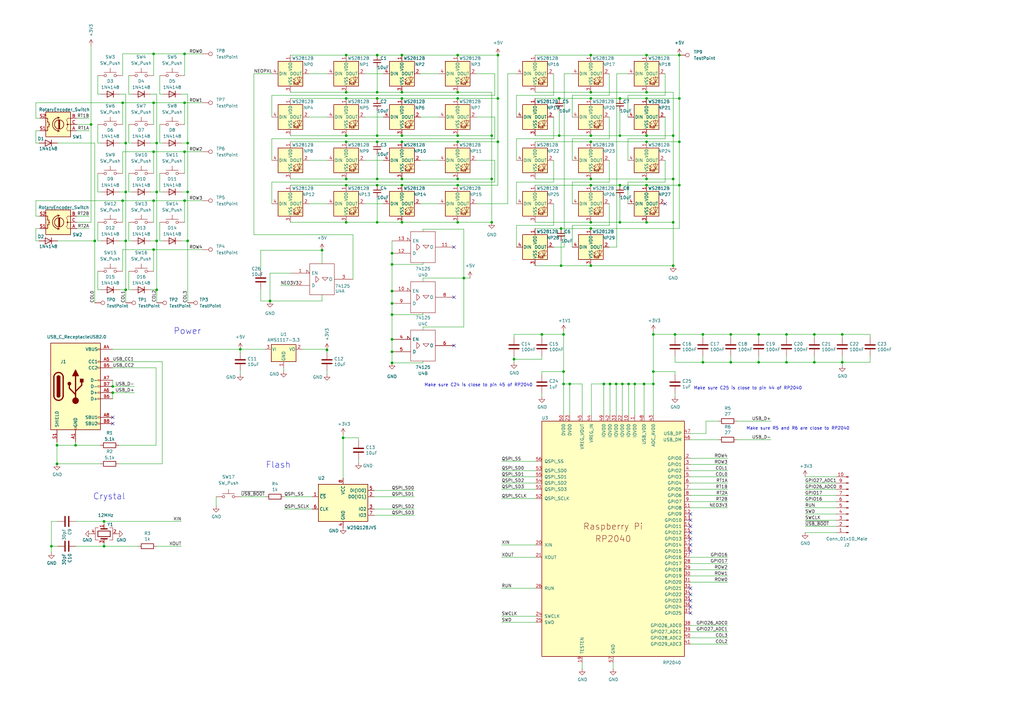
<source format=kicad_sch>
(kicad_sch (version 20211123) (generator eeschema)
  (paper "A3")
  (title_block (title "KnGXT MacroPaw") (date "2022-05-10") (rev "v1") (company "© 2022 kodachi 6•14, llc") (comment 1 "https://github.com/tjhorner/bizcard") (comment 2 "and TJ Horner's RP2040 business card") (comment 3 "https://datasheets.raspberrypi.com/rp2040/hardware-design-with-rp2040.pdf") (comment 4 "Largely based off \"Hardware Design with RP2040\""))
  (junction (at 160.782 119.38))
  (junction (at 242.316 75.946))
  (junction (at 110.744 123.444))
  (junction (at 242.316 22.606))
  (junction (at 231.14 157.48))
  (junction (at 190.246 114.046))
  (junction (at 299.72 148.59))
  (junction (at 62.992 82.296))
  (junction (at 154.686 91.186))
  (junction (at 46.228 158.496))
  (junction (at 265.176 91.186))
  (junction (at 154.686 22.606))
  (junction (at 154.686 58.166))
  (junction (at 51.562 78.74))
  (junction (at 242.316 91.186))
  (junction (at 187.706 37.846))
  (junction (at 164.846 22.606))
  (junction (at 164.846 58.166))
  (junction (at 204.216 40.386))
  (junction (at 345.44 148.59))
  (junction (at 187.706 55.626))
  (junction (at 141.986 22.606))
  (junction (at 187.706 22.606))
  (junction (at 21.082 224.028))
  (junction (at 187.706 58.166))
  (junction (at 62.992 62.23))
  (junction (at 50.292 82.296))
  (junction (at 50.292 42.164))
  (junction (at 160.782 124.46))
  (junction (at 230.124 93.726))
  (junction (at 265.176 58.166))
  (junction (at 154.686 75.946))
  (junction (at 288.29 137.16))
  (junction (at 154.686 73.406))
  (junction (at 254.254 91.186))
  (junction (at 160.782 144.272))
  (junction (at 334.01 137.16))
  (junction (at 160.782 108.458))
  (junction (at 254.254 75.946))
  (junction (at 23.368 190.246))
  (junction (at 242.316 40.386))
  (junction (at 276.098 91.186))
  (junction (at 75.692 42.164))
  (junction (at 46.228 161.036))
  (junction (at 160.782 139.192))
  (junction (at 141.986 37.846))
  (junction (at 140.716 179.578))
  (junction (at 242.316 37.846))
  (junction (at 345.44 137.16))
  (junction (at 267.97 137.16))
  (junction (at 187.706 91.186))
  (junction (at 75.692 82.296))
  (junction (at 141.986 73.406))
  (junction (at 260.35 157.48))
  (junction (at 187.706 75.946))
  (junction (at 242.316 73.406))
  (junction (at 204.216 22.606))
  (junction (at 311.15 148.59))
  (junction (at 141.986 91.186))
  (junction (at 23.368 182.626))
  (junction (at 141.986 55.626))
  (junction (at 265.176 40.386))
  (junction (at 64.262 78.74))
  (junction (at 252.73 157.48))
  (junction (at 164.846 91.186))
  (junction (at 64.262 58.674))
  (junction (at 64.262 118.872))
  (junction (at 299.72 137.16))
  (junction (at 267.97 157.48))
  (junction (at 278.638 58.166))
  (junction (at 187.706 40.386))
  (junction (at 141.986 75.946))
  (junction (at 164.846 37.846))
  (junction (at 265.176 55.626))
  (junction (at 247.65 157.48))
  (junction (at 242.316 58.166))
  (junction (at 264.16 157.48))
  (junction (at 164.846 73.406))
  (junction (at 210.82 147.32))
  (junction (at 257.81 157.48))
  (junction (at 276.098 108.966))
  (junction (at 242.316 55.626))
  (junction (at 229.362 40.386))
  (junction (at 62.992 22.098))
  (junction (at 278.638 75.946))
  (junction (at 37.338 51.054))
  (junction (at 322.58 137.16))
  (junction (at 254.254 55.626))
  (junction (at 154.686 40.386))
  (junction (at 276.86 137.16))
  (junction (at 265.176 22.606))
  (junction (at 255.27 157.48))
  (junction (at 201.676 73.406))
  (junction (at 187.706 73.406))
  (junction (at 42.672 224.028))
  (junction (at 242.316 108.966))
  (junction (at 51.562 118.872))
  (junction (at 51.562 98.806))
  (junction (at 276.098 73.406))
  (junction (at 76.962 98.806))
  (junction (at 250.19 157.48))
  (junction (at 30.988 182.626))
  (junction (at 62.992 102.362))
  (junction (at 231.14 152.4))
  (junction (at 242.316 93.726))
  (junction (at 267.97 152.4))
  (junction (at 322.58 148.59))
  (junction (at 160.782 103.886))
  (junction (at 160.782 129.032))
  (junction (at 222.25 137.16))
  (junction (at 76.962 78.74))
  (junction (at 334.01 148.59))
  (junction (at 62.992 42.164))
  (junction (at 231.14 137.16))
  (junction (at 276.098 55.626))
  (junction (at 204.216 58.166))
  (junction (at 265.176 75.946))
  (junction (at 201.676 55.626))
  (junction (at 278.638 40.386))
  (junction (at 254.254 40.386))
  (junction (at 132.08 102.616))
  (junction (at 75.692 22.098))
  (junction (at 141.986 40.386))
  (junction (at 42.672 213.868))
  (junction (at 64.262 98.806))
  (junction (at 230.124 108.966))
  (junction (at 311.15 137.16))
  (junction (at 51.562 58.674))
  (junction (at 160.782 148.844))
  (junction (at 75.692 62.23))
  (junction (at 154.686 37.846))
  (junction (at 134.112 143.51))
  (junction (at 76.962 58.674))
  (junction (at 201.676 91.186))
  (junction (at 164.846 40.386))
  (junction (at 265.176 37.846))
  (junction (at 229.362 55.626))
  (junction (at 98.552 143.256))
  (junction (at 164.846 55.626))
  (junction (at 38.862 98.806))
  (junction (at 164.846 75.946))
  (junction (at 288.29 148.59))
  (junction (at 141.986 58.166))
  (junction (at 265.176 73.406))
  (junction (at 278.638 22.606))
  (junction (at 233.68 157.48))
  (junction (at 154.686 55.626))
  (no_connect (at 283.21 248.92))
  (no_connect (at 186.182 141.732))
  (no_connect (at 186.182 121.92))
  (no_connect (at 283.21 215.9))
  (no_connect (at 283.21 218.44))
  (no_connect (at 283.21 241.3))
  (no_connect (at 283.21 243.84))
  (no_connect (at 283.21 246.38))
  (no_connect (at 283.21 226.06))
  (no_connect (at 283.21 213.36))
  (no_connect (at 283.21 220.98))
  (no_connect (at 283.21 223.52))
  (no_connect (at 272.796 83.566))
  (no_connect (at 186.182 101.346))
  (no_connect (at 46.228 173.736))
  (no_connect (at 283.21 210.82))
  (no_connect (at 283.21 251.46))
  (no_connect (at 46.228 171.196))
  (wire (pts (xy 52.832 38.608) (xy 52.832 30.988)))
  (wire (pts (xy 154.686 45.466) (xy 154.686 55.626)))
  (wire (pts (xy 276.098 91.186) (xy 276.098 108.966)))
  (wire (pts (xy 62.992 82.296) (xy 75.692 82.296)))
  (wire (pts (xy 219.456 22.606) (xy 242.316 22.606)))
  (wire (pts (xy 54.102 38.608) (xy 52.832 38.608)))
  (wire (pts (xy 230.124 98.806) (xy 230.124 108.966)))
  (wire (pts (xy 204.216 40.386) (xy 204.216 58.166)))
  (wire (pts (xy 234.696 56.896) (xy 234.696 65.786)))
  (wire (pts (xy 230.124 108.966) (xy 242.316 108.966)))
  (wire (pts (xy 50.292 91.186) (xy 50.292 82.296)))
  (wire (pts (xy 50.292 22.098) (xy 62.992 22.098)))
  (wire (pts (xy 204.216 22.606) (xy 204.216 40.386)))
  (wire (pts (xy 227.076 56.896) (xy 211.836 56.896)))
  (wire (pts (xy 160.782 103.886) (xy 160.782 98.806)))
  (wire (pts (xy 65.532 38.608) (xy 65.532 30.988)))
  (wire (pts (xy 173.482 114.046) (xy 190.246 114.046)))
  (wire (pts (xy 46.228 148.336) (xy 66.548 148.336)))
  (wire (pts (xy 227.076 83.566) (xy 227.076 92.456)))
  (wire (pts (xy 49.022 98.806) (xy 51.562 98.806)))
  (wire (pts (xy 219.71 204.47) (xy 205.74 204.47)))
  (wire (pts (xy 252.984 30.226) (xy 257.556 30.226)))
  (wire (pts (xy 267.97 137.16) (xy 276.86 137.16)))
  (wire (pts (xy 187.706 75.946) (xy 204.216 75.946)))
  (wire (pts (xy 330.2 208.28) (xy 342.9 208.28)))
  (wire (pts (xy 334.01 146.05) (xy 334.01 148.59)))
  (wire (pts (xy 62.992 62.23) (xy 75.692 62.23)))
  (wire (pts (xy 46.228 161.036) (xy 46.228 163.576)))
  (wire (pts (xy 230.124 93.726) (xy 242.316 93.726)))
  (wire (pts (xy 31.496 91.186) (xy 37.338 91.186)))
  (wire (pts (xy 249.936 39.116) (xy 234.696 39.116)))
  (wire (pts (xy 210.82 147.32) (xy 210.82 148.59)))
  (wire (pts (xy 322.58 148.59) (xy 311.15 148.59)))
  (wire (pts (xy 283.21 187.96) (xy 298.45 187.96)))
  (wire (pts (xy 276.86 161.29) (xy 276.86 162.56)))
  (wire (pts (xy 14.732 58.674) (xy 16.002 58.674)))
  (wire (pts (xy 164.846 22.606) (xy 187.706 22.606)))
  (wire (pts (xy 64.262 224.028) (xy 74.422 224.028)))
  (wire (pts (xy 119.126 58.166) (xy 141.986 58.166)))
  (wire (pts (xy 66.548 190.246) (xy 48.768 190.246)))
  (wire (pts (xy 52.832 58.674) (xy 52.832 51.054)))
  (wire (pts (xy 21.082 213.868) (xy 21.082 224.028)))
  (wire (pts (xy 141.986 73.406) (xy 154.686 73.406)))
  (wire (pts (xy 276.098 37.846) (xy 276.098 55.626)))
  (wire (pts (xy 66.548 148.336) (xy 66.548 190.246)))
  (wire (pts (xy 31.496 53.594) (xy 36.576 53.594)))
  (wire (pts (xy 345.44 138.43) (xy 345.44 137.16)))
  (wire (pts (xy 249.936 74.676) (xy 234.696 74.676)))
  (wire (pts (xy 54.102 78.74) (xy 52.832 78.74)))
  (wire (pts (xy 231.14 137.16) (xy 231.14 152.4)))
  (wire (pts (xy 283.21 205.74) (xy 298.45 205.74)))
  (wire (pts (xy 190.246 114.046) (xy 190.246 134.112)))
  (wire (pts (xy 37.338 18.796) (xy 37.338 51.054)))
  (wire (pts (xy 278.638 75.946) (xy 278.638 93.726)))
  (wire (pts (xy 311.15 148.59) (xy 299.72 148.59)))
  (wire (pts (xy 345.44 137.16) (xy 356.87 137.16)))
  (wire (pts (xy 283.21 231.14) (xy 298.45 231.14)))
  (wire (pts (xy 64.008 182.626) (xy 48.768 182.626)))
  (wire (pts (xy 257.556 74.676) (xy 257.556 83.566)))
  (wire (pts (xy 210.82 137.16) (xy 222.25 137.16)))
  (wire (pts (xy 14.732 53.594) (xy 14.732 58.674)))
  (wire (pts (xy 14.732 93.726) (xy 14.732 98.806)))
  (wire (pts (xy 42.672 224.028) (xy 56.642 224.028)))
  (wire (pts (xy 126.746 30.226) (xy 134.366 30.226)))
  (wire (pts (xy 64.008 150.876) (xy 64.008 182.626)))
  (wire (pts (xy 283.21 200.66) (xy 298.45 200.66)))
  (wire (pts (xy 172.466 30.226) (xy 180.086 30.226)))
  (wire (pts (xy 111.506 39.116) (xy 111.506 48.006)))
  (wire (pts (xy 49.022 38.608) (xy 51.562 38.608)))
  (wire (pts (xy 111.506 56.896) (xy 111.506 65.786)))
  (wire (pts (xy 14.732 48.514) (xy 16.256 48.514)))
  (wire (pts (xy 160.782 139.192) (xy 160.782 144.272)))
  (wire (pts (xy 231.394 30.226) (xy 234.696 30.226)))
  (wire (pts (xy 283.21 177.8) (xy 289.56 177.8)))
  (wire (pts (xy 210.82 138.43) (xy 210.82 137.16)))
  (wire (pts (xy 173.482 129.032) (xy 173.482 128.27)))
  (wire (pts (xy 62.992 102.362) (xy 83.058 102.362)))
  (wire (pts (xy 147.066 188.468) (xy 147.066 189.738)))
  (wire (pts (xy 260.35 157.48) (xy 260.35 170.18)))
  (wire (pts (xy 38.862 58.674) (xy 38.862 98.806)))
  (wire (pts (xy 255.27 170.18) (xy 255.27 157.48)))
  (wire (pts (xy 283.21 261.62) (xy 298.45 261.62)))
  (wire (pts (xy 187.706 37.846) (xy 201.676 37.846)))
  (wire (pts (xy 345.44 146.05) (xy 345.44 148.59)))
  (wire (pts (xy 211.836 92.456) (xy 211.836 101.346)))
  (wire (pts (xy 149.606 48.006) (xy 157.226 48.006)))
  (wire (pts (xy 231.14 135.89) (xy 231.14 137.16)))
  (wire (pts (xy 190.246 114.046) (xy 192.786 114.046)))
  (wire (pts (xy 242.316 91.186) (xy 254.254 91.186)))
  (wire (pts (xy 23.622 213.868) (xy 21.082 213.868)))
  (wire (pts (xy 88.646 203.708) (xy 88.646 207.518)))
  (wire (pts (xy 257.556 56.896) (xy 257.556 65.786)))
  (wire (pts (xy 205.74 198.12) (xy 219.71 198.12)))
  (wire (pts (xy 173.482 107.696) (xy 173.482 108.458)))
  (wire (pts (xy 210.82 147.32) (xy 222.25 147.32)))
  (wire (pts (xy 154.686 22.606) (xy 164.846 22.606)))
  (wire (pts (xy 119.126 55.626) (xy 141.986 55.626)))
  (wire (pts (xy 144.78 96.266) (xy 144.78 114.554)))
  (wire (pts (xy 187.706 40.386) (xy 204.216 40.386)))
  (wire (pts (xy 201.676 55.626) (xy 201.676 73.406)))
  (wire (pts (xy 64.262 98.806) (xy 64.262 118.872)))
  (wire (pts (xy 23.622 98.806) (xy 38.862 98.806)))
  (wire (pts (xy 311.15 137.16) (xy 322.58 137.16)))
  (wire (pts (xy 42.672 215.138) (xy 42.672 213.868)))
  (wire (pts (xy 75.692 51.054) (xy 75.692 42.164)))
  (wire (pts (xy 334.01 148.59) (xy 345.44 148.59)))
  (wire (pts (xy 283.21 198.12) (xy 298.45 198.12)))
  (wire (pts (xy 153.416 208.788) (xy 169.926 208.788)))
  (wire (pts (xy 330.2 198.12) (xy 342.9 198.12)))
  (wire (pts (xy 111.506 74.676) (xy 202.946 74.676)))
  (wire (pts (xy 173.482 148.082) (xy 173.482 148.844)))
  (wire (pts (xy 106.934 118.618) (xy 106.934 123.444)))
  (wire (pts (xy 254.254 81.026) (xy 254.254 91.186)))
  (wire (pts (xy 75.692 30.988) (xy 75.692 22.098)))
  (wire (pts (xy 195.326 65.786) (xy 202.946 65.786)))
  (wire (pts (xy 242.316 75.946) (xy 254.254 75.946)))
  (wire (pts (xy 14.732 98.806) (xy 16.002 98.806)))
  (wire (pts (xy 190.246 93.98) (xy 190.246 114.046)))
  (wire (pts (xy 141.986 40.386) (xy 154.686 40.386)))
  (wire (pts (xy 278.638 22.606) (xy 278.638 40.386)))
  (wire (pts (xy 62.992 30.988) (xy 62.992 22.098)))
  (wire (pts (xy 283.21 259.08) (xy 298.45 259.08)))
  (wire (pts (xy 64.262 78.74) (xy 64.262 98.806)))
  (wire (pts (xy 272.796 30.226) (xy 272.796 39.116)))
  (wire (pts (xy 278.638 58.166) (xy 278.638 75.946)))
  (wire (pts (xy 160.782 129.032) (xy 173.482 129.032)))
  (wire (pts (xy 345.44 148.59) (xy 356.87 148.59)))
  (wire (pts (xy 219.456 91.186) (xy 242.316 91.186)))
  (wire (pts (xy 247.65 170.18) (xy 247.65 157.48)))
  (wire (pts (xy 249.936 30.226) (xy 249.936 39.116)))
  (wire (pts (xy 265.176 58.166) (xy 278.638 58.166)))
  (wire (pts (xy 299.72 148.59) (xy 288.29 148.59)))
  (wire (pts (xy 164.846 40.386) (xy 187.706 40.386)))
  (wire (pts (xy 283.21 195.58) (xy 298.45 195.58)))
  (wire (pts (xy 76.962 98.806) (xy 76.962 124.206)))
  (wire (pts (xy 265.176 22.606) (xy 278.638 22.606)))
  (wire (pts (xy 278.638 40.386) (xy 278.638 58.166)))
  (wire (pts (xy 149.606 30.226) (xy 157.226 30.226)))
  (wire (pts (xy 242.316 73.406) (xy 265.176 73.406)))
  (wire (pts (xy 140.716 179.578) (xy 140.716 196.088)))
  (wire (pts (xy 187.706 22.606) (xy 204.216 22.606)))
  (wire (pts (xy 64.262 58.674) (xy 64.262 78.74)))
  (wire (pts (xy 254.254 75.946) (xy 265.176 75.946)))
  (wire (pts (xy 257.81 157.48) (xy 260.35 157.48)))
  (wire (pts (xy 233.68 170.18) (xy 233.68 157.48)))
  (wire (pts (xy 76.962 58.674) (xy 76.962 78.74)))
  (wire (pts (xy 229.362 45.466) (xy 229.362 55.626)))
  (wire (pts (xy 108.712 143.256) (xy 98.552 143.256)))
  (wire (pts (xy 242.316 55.626) (xy 254.254 55.626)))
  (wire (pts (xy 322.58 138.43) (xy 322.58 137.16)))
  (wire (pts (xy 211.836 30.226) (xy 208.28 30.226)))
  (wire (pts (xy 23.622 58.674) (xy 38.862 58.674)))
  (wire (pts (xy 40.132 78.74) (xy 40.132 71.12)))
  (wire (pts (xy 227.076 74.676) (xy 211.836 74.676)))
  (wire (pts (xy 276.098 73.406) (xy 276.098 91.186)))
  (wire (pts (xy 41.402 118.872) (xy 40.132 118.872)))
  (wire (pts (xy 119.126 40.386) (xy 141.986 40.386)))
  (wire (pts (xy 40.132 58.674) (xy 40.132 51.054)))
  (wire (pts (xy 227.076 39.116) (xy 211.836 39.116)))
  (wire (pts (xy 76.962 38.608) (xy 76.962 58.674)))
  (wire (pts (xy 132.08 102.616) (xy 132.08 102.362)))
  (wire (pts (xy 119.126 37.846) (xy 141.986 37.846)))
  (wire (pts (xy 288.29 148.59) (xy 276.86 148.59)))
  (wire (pts (xy 219.456 93.726) (xy 230.124 93.726)))
  (wire (pts (xy 134.112 143.51) (xy 134.112 143.256)))
  (wire (pts (xy 50.292 82.296) (xy 62.992 82.296)))
  (wire (pts (xy 283.21 236.22) (xy 298.45 236.22)))
  (wire (pts (xy 160.782 108.458) (xy 173.482 108.458)))
  (wire (pts (xy 265.176 40.386) (xy 278.638 40.386)))
  (wire (pts (xy 153.416 201.168) (xy 169.926 201.168)))
  (wire (pts (xy 345.44 148.59) (xy 345.44 149.86)))
  (wire (pts (xy 272.796 56.896) (xy 257.556 56.896)))
  (wire (pts (xy 254.254 55.626) (xy 265.176 55.626)))
  (wire (pts (xy 238.76 157.48) (xy 233.68 157.48)))
  (wire (pts (xy 65.532 58.674) (xy 65.532 51.054)))
  (wire (pts (xy 283.21 208.28) (xy 298.45 208.28)))
  (wire (pts (xy 267.97 157.48) (xy 267.97 170.18)))
  (wire (pts (xy 104.14 30.226) (xy 111.506 30.226)))
  (wire (pts (xy 283.21 233.68) (xy 298.45 233.68)))
  (wire (pts (xy 254.254 91.186) (xy 265.176 91.186)))
  (wire (pts (xy 234.696 39.116) (xy 234.696 48.006)))
  (wire (pts (xy 201.676 73.406) (xy 201.676 91.186)))
  (wire (pts (xy 141.986 55.626) (xy 154.686 55.626)))
  (wire (pts (xy 116.332 150.876) (xy 116.332 152.146)))
  (wire (pts (xy 222.25 161.29) (xy 222.25 162.56)))
  (wire (pts (xy 14.732 42.164) (xy 50.292 42.164)))
  (wire (pts (xy 23.368 182.626) (xy 23.368 190.246)))
  (wire (pts (xy 283.21 180.34) (xy 294.64 180.34)))
  (wire (pts (xy 267.97 137.16) (xy 267.97 152.4)))
  (wire (pts (xy 187.706 91.186) (xy 201.676 91.186)))
  (wire (pts (xy 254.254 40.386) (xy 265.176 40.386)))
  (wire (pts (xy 41.402 38.608) (xy 40.132 38.608)))
  (wire (pts (xy 147.066 179.578) (xy 140.716 179.578)))
  (wire (pts (xy 227.076 92.456) (xy 211.836 92.456)))
  (wire (pts (xy 231.14 157.48) (xy 231.14 170.18)))
  (wire (pts (xy 195.326 30.226) (xy 202.946 30.226)))
  (wire (pts (xy 334.01 138.43) (xy 334.01 137.16)))
  (wire (pts (xy 234.696 92.456) (xy 234.696 101.346)))
  (wire (pts (xy 154.686 58.166) (xy 164.846 58.166)))
  (wire (pts (xy 154.686 91.186) (xy 164.846 91.186)))
  (wire (pts (xy 62.992 111.252) (xy 62.992 102.362)))
  (wire (pts (xy 154.686 63.246) (xy 154.686 73.406)))
  (wire (pts (xy 52.832 78.74) (xy 52.832 71.12)))
  (wire (pts (xy 187.706 55.626) (xy 201.676 55.626)))
  (wire (pts (xy 75.692 71.12) (xy 75.692 62.23)))
  (wire (pts (xy 265.176 37.846) (xy 276.098 37.846)))
  (wire (pts (xy 30.988 181.356) (xy 30.988 182.626)))
  (wire (pts (xy 51.562 98.806) (xy 51.562 118.872)))
  (wire (pts (xy 272.796 39.116) (xy 257.556 39.116)))
  (wire (pts (xy 54.102 58.674) (xy 52.832 58.674)))
  (wire (pts (xy 51.562 118.872) (xy 51.562 124.206)))
  (wire (pts (xy 190.246 134.112) (xy 173.482 134.112)))
  (wire (pts (xy 51.562 58.674) (xy 51.562 78.74)))
  (wire (pts (xy 264.16 157.48) (xy 267.97 157.48)))
  (wire (pts (xy 37.338 51.054) (xy 37.338 91.186)))
  (wire (pts (xy 46.228 150.876) (xy 64.008 150.876)))
  (wire (pts (xy 14.732 82.296) (xy 50.292 82.296)))
  (wire (pts (xy 31.242 224.028) (xy 42.672 224.028)))
  (wire (pts (xy 111.506 74.676) (xy 111.506 83.566)))
  (wire (pts (xy 219.71 228.6) (xy 205.74 228.6)))
  (wire (pts (xy 242.316 40.386) (xy 254.254 40.386)))
  (wire (pts (xy 252.73 170.18) (xy 252.73 157.48)))
  (wire (pts (xy 75.692 62.23) (xy 83.058 62.23)))
  (wire (pts (xy 66.802 78.74) (xy 65.532 78.74)))
  (wire (pts (xy 219.456 75.946) (xy 242.316 75.946)))
  (wire (pts (xy 172.466 65.786) (xy 180.086 65.786)))
  (wire (pts (xy 164.846 58.166) (xy 187.706 58.166)))
  (wire (pts (xy 110.744 112.014) (xy 119.38 112.014)))
  (wire (pts (xy 251.46 271.78) (xy 251.46 274.32)))
  (wire (pts (xy 229.362 55.626) (xy 242.316 55.626)))
  (wire (pts (xy 330.2 210.82) (xy 342.9 210.82)))
  (wire (pts (xy 153.416 211.328) (xy 169.926 211.328)))
  (wire (pts (xy 74.422 38.608) (xy 76.962 38.608)))
  (wire (pts (xy 222.25 152.4) (xy 231.14 152.4)))
  (wire (pts (xy 74.422 98.806) (xy 76.962 98.806)))
  (wire (pts (xy 272.796 74.676) (xy 257.556 74.676)))
  (wire (pts (xy 208.28 83.566) (xy 195.326 83.566)))
  (wire (pts (xy 132.08 102.616) (xy 132.08 108.204)))
  (wire (pts (xy 50.292 62.23) (xy 62.992 62.23)))
  (wire (pts (xy 23.368 190.246) (xy 41.148 190.246)))
  (wire (pts (xy 334.01 137.16) (xy 345.44 137.16)))
  (wire (pts (xy 173.482 94.996) (xy 173.482 93.98)))
  (wire (pts (xy 283.21 228.6) (xy 298.45 228.6)))
  (wire (pts (xy 62.992 22.098) (xy 75.692 22.098)))
  (wire (pts (xy 219.456 40.386) (xy 229.362 40.386)))
  (wire (pts (xy 154.686 40.386) (xy 164.846 40.386)))
  (wire (pts (xy 98.552 144.526) (xy 98.552 143.256)))
  (wire (pts (xy 14.732 88.646) (xy 16.256 88.646)))
  (wire (pts (xy 311.15 138.43) (xy 311.15 137.16)))
  (wire (pts (xy 272.796 65.786) (xy 272.796 74.676)))
  (wire (pts (xy 46.228 143.256) (xy 98.552 143.256)))
  (wire (pts (xy 302.26 180.34) (xy 316.23 180.34)))
  (wire (pts (xy 106.934 123.444) (xy 110.744 123.444)))
  (wire (pts (xy 257.556 39.116) (xy 257.556 48.006)))
  (wire (pts (xy 242.57 157.48) (xy 247.65 157.48)))
  (wire (pts (xy 154.686 37.846) (xy 164.846 37.846)))
  (wire (pts (xy 201.676 37.846) (xy 201.676 55.626)))
  (wire (pts (xy 330.2 203.2) (xy 342.9 203.2)))
  (wire (pts (xy 76.962 78.74) (xy 76.962 98.806)))
  (wire (pts (xy 202.946 74.676) (xy 202.946 65.786)))
  (wire (pts (xy 249.936 65.786) (xy 249.936 74.676)))
  (wire (pts (xy 229.362 40.386) (xy 242.316 40.386)))
  (wire (pts (xy 50.292 71.12) (xy 50.292 62.23)))
  (wire (pts (xy 132.08 123.444) (xy 132.08 120.904)))
  (wire (pts (xy 330.2 195.58) (xy 342.9 195.58)))
  (wire (pts (xy 116.586 203.708) (xy 128.016 203.708)))
  (wire (pts (xy 116.586 208.788) (xy 128.016 208.788)))
  (wire (pts (xy 187.706 73.406) (xy 201.676 73.406)))
  (wire (pts (xy 126.746 48.006) (xy 134.366 48.006)))
  (wire (pts (xy 283.21 190.5) (xy 298.45 190.5)))
  (wire (pts (xy 64.262 38.608) (xy 64.262 58.674)))
  (wire (pts (xy 66.802 98.806) (xy 65.532 98.806)))
  (wire (pts (xy 210.82 146.05) (xy 210.82 147.32)))
  (wire (pts (xy 276.86 146.05) (xy 276.86 148.59)))
  (wire (pts (xy 219.71 252.73) (xy 205.74 252.73)))
  (wire (pts (xy 267.97 152.4) (xy 267.97 157.48)))
  (wire (pts (xy 31.496 48.514) (xy 36.576 48.514)))
  (wire (pts (xy 75.692 91.186) (xy 75.692 82.296)))
  (wire (pts (xy 264.16 170.18) (xy 264.16 157.48)))
  (wire (pts (xy 205.74 193.04) (xy 219.71 193.04)))
  (wire (pts (xy 62.992 51.054) (xy 62.992 42.164)))
  (wire (pts (xy 50.292 30.988) (xy 50.292 22.098)))
  (wire (pts (xy 238.76 271.78) (xy 238.76 274.32)))
  (wire (pts (xy 222.25 153.67) (xy 222.25 152.4)))
  (wire (pts (xy 65.532 78.74) (xy 65.532 71.12)))
  (wire (pts (xy 172.466 83.566) (xy 180.086 83.566)))
  (wire (pts (xy 62.992 91.186) (xy 62.992 82.296)))
  (wire (pts (xy 289.56 172.72) (xy 289.56 177.8)))
  (wire (pts (xy 227.076 48.006) (xy 227.076 56.896)))
  (wire (pts (xy 141.986 58.166) (xy 154.686 58.166)))
  (wire (pts (xy 154.686 75.946) (xy 164.846 75.946)))
  (wire (pts (xy 141.986 22.606) (xy 154.686 22.606)))
  (wire (pts (xy 46.228 155.956) (xy 46.228 158.496)))
  (wire (pts (xy 356.87 146.05) (xy 356.87 148.59)))
  (wire (pts (xy 238.76 170.18) (xy 238.76 157.48)))
  (wire (pts (xy 119.126 75.946) (xy 141.986 75.946)))
  (wire (pts (xy 123.952 143.256) (xy 134.112 143.256)))
  (wire (pts (xy 205.74 195.58) (xy 219.71 195.58)))
  (wire (pts (xy 208.28 30.226) (xy 208.28 83.566)))
  (wire (pts (xy 283.21 264.16) (xy 298.45 264.16)))
  (wire (pts (xy 227.076 65.786) (xy 227.076 74.676)))
  (wire (pts (xy 164.846 91.186) (xy 187.706 91.186)))
  (wire (pts (xy 276.86 153.67) (xy 276.86 152.4)))
  (wire (pts (xy 289.56 172.72) (xy 294.64 172.72)))
  (wire (pts (xy 195.326 48.006) (xy 202.946 48.006)))
  (wire (pts (xy 40.132 118.872) (xy 40.132 111.252)))
  (wire (pts (xy 141.986 75.946) (xy 154.686 75.946)))
  (wire (pts (xy 65.532 98.806) (xy 65.532 91.186)))
  (wire (pts (xy 62.992 42.164) (xy 75.692 42.164)))
  (wire (pts (xy 173.482 93.98) (xy 190.246 93.98)))
  (wire (pts (xy 50.292 102.362) (xy 62.992 102.362)))
  (wire (pts (xy 66.802 38.608) (xy 65.532 38.608)))
  (wire (pts (xy 154.686 81.026) (xy 154.686 91.186)))
  (wire (pts (xy 126.746 83.566) (xy 134.366 83.566)))
  (wire (pts (xy 31.496 88.646) (xy 36.576 88.646)))
  (wire (pts (xy 334.01 148.59) (xy 322.58 148.59)))
  (wire (pts (xy 311.15 146.05) (xy 311.15 148.59)))
  (wire (pts (xy 330.2 218.44) (xy 342.9 218.44)))
  (wire (pts (xy 62.992 71.12) (xy 62.992 62.23)))
  (wire (pts (xy 260.35 157.48) (xy 264.16 157.48)))
  (wire (pts (xy 276.86 138.43) (xy 276.86 137.16)))
  (wire (pts (xy 288.29 138.43) (xy 288.29 137.16)))
  (wire (pts (xy 322.58 146.05) (xy 322.58 148.59)))
  (wire (pts (xy 98.806 203.708) (xy 108.966 203.708)))
  (wire (pts (xy 154.686 73.406) (xy 164.846 73.406)))
  (wire (pts (xy 49.022 78.74) (xy 51.562 78.74)))
  (wire (pts (xy 61.722 118.872) (xy 64.262 118.872)))
  (wire (pts (xy 219.456 55.626) (xy 229.362 55.626)))
  (wire (pts (xy 242.316 37.846) (xy 265.176 37.846)))
  (wire (pts (xy 219.456 108.966) (xy 230.124 108.966)))
  (wire (pts (xy 51.562 38.608) (xy 51.562 58.674)))
  (wire (pts (xy 110.744 123.444) (xy 132.08 123.444)))
  (wire (pts (xy 211.836 74.676) (xy 211.836 83.566)))
  (wire (pts (xy 153.416 203.708) (xy 169.926 203.708)))
  (wire (pts (xy 299.72 146.05) (xy 299.72 148.59)))
  (wire (pts (xy 283.21 203.2) (xy 298.45 203.2)))
  (wire (pts (xy 283.21 256.54) (xy 298.45 256.54)))
  (wire (pts (xy 187.706 58.166) (xy 204.216 58.166)))
  (wire (pts (xy 64.262 118.872) (xy 64.262 124.206)))
  (wire (pts (xy 204.216 58.166) (xy 204.216 75.946)))
  (wire (pts (xy 249.936 92.456) (xy 234.696 92.456)))
  (wire (pts (xy 250.19 157.48) (xy 252.73 157.48)))
  (wire (pts (xy 61.722 78.74) (xy 64.262 78.74)))
  (wire (pts (xy 61.722 38.608) (xy 64.262 38.608)))
  (wire (pts (xy 40.132 38.608) (xy 40.132 30.988)))
  (wire (pts (xy 115.062 117.094) (xy 119.38 117.094)))
  (wire (pts (xy 247.65 157.48) (xy 250.19 157.48)))
  (wire (pts (xy 106.934 102.616) (xy 106.934 110.998)))
  (wire (pts (xy 265.176 73.406) (xy 276.098 73.406)))
  (wire (pts (xy 42.672 222.758) (xy 42.672 224.028)))
  (wire (pts (xy 172.466 48.006) (xy 180.086 48.006)))
  (wire (pts (xy 30.988 182.626) (xy 41.148 182.626)))
  (wire (pts (xy 276.098 55.626) (xy 276.098 73.406)))
  (wire (pts (xy 41.402 58.674) (xy 40.132 58.674)))
  (wire (pts (xy 104.14 96.266) (xy 104.14 30.226)))
  (wire (pts (xy 299.72 137.16) (xy 311.15 137.16)))
  (wire (pts (xy 288.29 137.16) (xy 299.72 137.16)))
  (wire (pts (xy 211.836 56.896) (xy 211.836 65.786)))
  (wire (pts (xy 111.506 56.896) (xy 202.946 56.896)))
  (wire (pts (xy 40.132 98.806) (xy 40.132 91.186)))
  (wire (pts (xy 98.552 152.146) (xy 98.552 153.416)))
  (wire (pts (xy 219.71 255.27) (xy 205.74 255.27)))
  (wire (pts (xy 23.622 224.028) (xy 21.082 224.028)))
  (wire (pts (xy 134.112 144.526) (xy 134.112 143.51)))
  (wire (pts (xy 202.946 39.116) (xy 202.946 30.226)))
  (wire (pts (xy 49.022 58.674) (xy 51.562 58.674)))
  (wire (pts (xy 154.686 27.686) (xy 154.686 37.846)))
  (wire (pts (xy 249.936 83.566) (xy 249.936 92.456)))
  (wire (pts (xy 54.102 118.872) (xy 52.832 118.872)))
  (wire (pts (xy 249.936 56.896) (xy 234.696 56.896)))
  (wire (pts (xy 74.422 78.74) (xy 76.962 78.74)))
  (wire (pts (xy 356.87 138.43) (xy 356.87 137.16)))
  (wire (pts (xy 330.2 200.66) (xy 342.9 200.66)))
  (wire (pts (xy 160.782 124.46) (xy 160.782 129.032)))
  (wire (pts (xy 205.74 223.52) (xy 219.71 223.52)))
  (wire (pts (xy 173.482 115.57) (xy 173.482 114.046)))
  (wire (pts (xy 52.832 98.806) (xy 52.832 91.186)))
  (wire (pts (xy 164.846 73.406) (xy 187.706 73.406)))
  (wire (pts (xy 227.076 101.346) (xy 231.394 101.346)))
  (wire (pts (xy 106.934 102.616) (xy 132.08 102.616)))
  (wire (pts (xy 265.176 91.186) (xy 276.098 91.186)))
  (wire (pts (xy 51.562 78.74) (xy 51.562 98.806)))
  (wire (pts (xy 149.606 83.566) (xy 157.226 83.566)))
  (wire (pts (xy 227.076 30.226) (xy 227.076 39.116)))
  (wire (pts (xy 219.71 241.3) (xy 205.74 241.3)))
  (wire (pts (xy 219.456 37.846) (xy 242.316 37.846)))
  (wire (pts (xy 49.022 118.872) (xy 51.562 118.872)))
  (wire (pts (xy 52.832 118.872) (xy 52.832 111.252)))
  (wire (pts (xy 21.082 224.028) (xy 21.082 226.568)))
  (wire (pts (xy 242.316 22.606) (xy 265.176 22.606)))
  (wire (pts (xy 164.846 75.946) (xy 187.706 75.946)))
  (wire (pts (xy 283.21 193.04) (xy 298.45 193.04)))
  (wire (pts (xy 164.846 55.626) (xy 187.706 55.626)))
  (wire (pts (xy 219.456 73.406) (xy 242.316 73.406)))
  (wire (pts (xy 252.984 101.346) (xy 252.984 30.226)))
  (wire (pts (xy 31.496 93.726) (xy 36.576 93.726)))
  (wire (pts (xy 249.936 101.346) (xy 252.984 101.346)))
  (wire (pts (xy 46.228 161.036) (xy 55.118 161.036)))
  (wire (pts (xy 16.256 53.594) (xy 14.732 53.594)))
  (wire (pts (xy 233.68 157.48) (xy 231.14 157.48)))
  (wire (pts (xy 211.836 39.116) (xy 211.836 48.006)))
  (wire (pts (xy 272.796 48.006) (xy 272.796 56.896)))
  (wire (pts (xy 61.722 58.674) (xy 64.262 58.674)))
  (wire (pts (xy 149.606 65.786) (xy 157.226 65.786)))
  (wire (pts (xy 252.73 157.48) (xy 255.27 157.48)))
  (wire (pts (xy 164.846 37.846) (xy 187.706 37.846)))
  (wire (pts (xy 141.986 91.186) (xy 154.686 91.186)))
  (wire (pts (xy 75.692 42.164) (xy 83.058 42.164)))
  (wire (pts (xy 202.946 56.896) (xy 202.946 48.006)))
  (wire (pts (xy 299.72 138.43) (xy 299.72 137.16)))
  (wire (pts (xy 46.228 158.496) (xy 55.118 158.496)))
  (wire (pts (xy 242.316 58.166) (xy 265.176 58.166)))
  (wire (pts (xy 160.782 108.458) (xy 160.782 119.38)))
  (wire (pts (xy 242.57 170.18) (xy 242.57 157.48)))
  (wire (pts (xy 41.402 78.74) (xy 40.132 78.74)))
  (wire (pts (xy 173.482 148.844) (xy 160.782 148.844)))
  (wire (pts (xy 104.14 96.266) (xy 144.78 96.266)))
  (wire (pts (xy 37.338 51.054) (xy 31.496 51.054)))
  (wire (pts (xy 66.802 58.674) (xy 65.532 58.674)))
  (wire (pts (xy 160.782 129.032) (xy 160.782 139.192)))
  (wire (pts (xy 14.732 88.646) (xy 14.732 82.296)))
  (wire (pts (xy 330.2 205.74) (xy 342.9 205.74)))
  (wire (pts (xy 16.256 93.726) (xy 14.732 93.726)))
  (wire (pts (xy 302.26 172.72) (xy 316.23 172.72)))
  (wire (pts (xy 242.316 108.966) (xy 276.098 108.966)))
  (wire (pts (xy 234.696 74.676) (xy 234.696 83.566)))
  (wire (pts (xy 75.692 22.098) (xy 83.058 22.098)))
  (wire (pts (xy 257.81 170.18) (xy 257.81 157.48)))
  (wire (pts (xy 322.58 137.16) (xy 334.01 137.16)))
  (wire (pts (xy 330.2 213.36) (xy 342.9 213.36)))
  (wire (pts (xy 54.102 98.806) (xy 52.832 98.806)))
  (wire (pts (xy 173.482 135.382) (xy 173.482 134.112)))
  (wire (pts (xy 31.242 213.868) (xy 42.672 213.868)))
  (wire (pts (xy 160.782 144.272) (xy 160.782 148.844)))
  (wire (pts (xy 119.126 22.606) (xy 141.986 22.606)))
  (wire (pts (xy 276.86 137.16) (xy 288.29 137.16)))
  (wire (pts (xy 160.782 103.886) (xy 160.782 108.458)))
  (wire (pts (xy 23.368 182.626) (xy 30.988 182.626)))
  (wire (pts (xy 219.71 189.23) (xy 205.74 189.23)))
  (wire (pts (xy 42.672 213.868) (xy 74.422 213.868)))
  (wire (pts (xy 255.27 157.48) (xy 257.81 157.48)))
  (wire (pts (xy 160.782 124.46) (xy 160.782 119.38)))
  (wire (pts (xy 330.2 215.9) (xy 342.9 215.9)))
  (wire (pts (xy 222.25 147.32) (xy 222.25 146.05)))
  (wire (pts (xy 222.25 138.43) (xy 222.25 137.16)))
  (wire (pts (xy 126.746 65.786) (xy 134.366 65.786)))
  (wire (pts (xy 140.716 178.308) (xy 140.716 179.578)))
  (wire (pts (xy 134.112 152.146) (xy 134.112 153.416)))
  (wire (pts (xy 267.97 152.4) (xy 276.86 152.4)))
  (wire (pts (xy 250.19 170.18) (xy 250.19 157.48)))
  (wire (pts (xy 254.254 45.466) (xy 254.254 55.626)))
  (wire (pts (xy 154.686 55.626) (xy 164.846 55.626)))
  (wire (pts (xy 41.402 98.806) (xy 40.132 98.806)))
  (wire (pts (xy 265.176 55.626) (xy 276.098 55.626)))
  (wire (pts (xy 222.25 137.16) (xy 231.14 137.16)))
  (wire (pts (xy 14.732 48.514) (xy 14.732 42.164)))
  (wire (pts (xy 288.29 146.05) (xy 288.29 148.59)))
  (wire (pts (xy 119.126 91.186) (xy 141.986 91.186)))
  (wire (pts (xy 74.422 58.674) (xy 76.962 58.674)))
  (wire (pts (xy 231.394 101.346) (xy 231.394 30.226)))
  (wire (pts (xy 75.692 82.296) (xy 83.058 82.296)))
  (wire (pts (xy 50.292 42.164) (xy 50.292 51.054)))
  (wire (pts (xy 141.986 37.846) (xy 154.686 37.846)))
  (wire (pts (xy 61.722 98.806) (xy 64.262 98.806)))
  (wire (pts (xy 231.14 152.4) (xy 231.14 157.48)))
  (wire (pts (xy 50.292 111.252) (xy 50.292 102.362)))
  (wire (pts (xy 249.936 48.006) (xy 249.936 56.896)))
  (wire (pts (xy 50.292 42.164) (xy 62.992 42.164)))
  (wire (pts (xy 23.368 181.356) (xy 23.368 182.626)))
  (wire (pts (xy 38.862 98.806) (xy 38.862 124.206)))
  (wire (pts (xy 110.744 112.014) (xy 110.744 123.444)))
  (wire (pts (xy 265.176 75.946) (xy 278.638 75.946)))
  (wire (pts (xy 267.97 135.89) (xy 267.97 137.16)))
  (wire (pts (xy 283.21 238.76) (xy 298.45 238.76)))
  (wire (pts (xy 219.456 58.166) (xy 242.316 58.166)))
  (wire (pts (xy 205.74 200.66) (xy 219.71 200.66)))
  (wire (pts (xy 242.316 93.726) (xy 278.638 93.726)))
  (wire (pts (xy 111.506 39.116) (xy 202.946 39.116)))
  (wire (pts (xy 147.066 180.848) (xy 147.066 179.578)))
  (wire (pts (xy 119.126 73.406) (xy 141.986 73.406)))
  (text "Crystal" (at 38.1 205.232 0) (effects (font (size 2.54 2.54)) (justify left bottom)))
  (text "Make sure R5 and R6 are close to RP2040" (at 306.07 176.53 0) (effects (font (size 1.27 1.27)) (justify left bottom)))
  (text "Make sure C25 is close to pin 44 of RP2040" (at 284.48 160.02 0) (effects (font (size 1.27 1.27)) (justify left bottom)))
  (text "Make sure C24 is close to pin 45 of RP2040" (at 173.99 158.75 0) (effects (font (size 1.27 1.27)) (justify left bottom)))
  (text "Flash" (at 108.966 192.278 0) (effects (font (size 2.54 2.54)) (justify left bottom)))
  (text "Power" (at 71.12 137.414 0) (effects (font (size 2.54 2.54)) (justify left bottom)))
  (label "ROW0" (at 83.058 22.098 180))
  (label "GPIO27_ADC1" (at 330.2 198.12 0))
  (label "XOUT" (at 74.422 224.028 180))
  (label "GPIO16" (at 298.45 228.6 180))
  (label "RT2B" (at 36.576 88.646 180))
  (label "GPIO16" (at 330.2 205.74 0))
  (label "ROW2" (at 83.058 62.23 180))
  (label "USB_D+" (at 316.23 172.72 180))
  (label "COL3" (at 76.962 124.206 90))
  (label "COL2" (at 64.262 123.952 90))
  (label "RUN" (at 205.74 241.3 0))
  (label "ROW1" (at 83.058 42.164 180))
  (label "QSPI_SS" (at 205.74 189.23 0))
  (label "QSPI_SD2" (at 205.74 198.12 0))
  (label "XIN" (at 205.74 223.52 0))
  (label "ROW3" (at 298.45 190.5 180))
  (label "GPIO17" (at 330.2 203.2 0))
  (label "USB_CC1" (at 46.228 148.336 0))
  (label "ROW1" (at 298.45 236.22 180))
  (label "COL2" (at 298.45 264.16 180))
  (label "ROW3" (at 83.058 82.296 180))
  (label "RT1A" (at 298.45 198.12 180))
  (label "QSPI_SD2" (at 169.926 208.788 180))
  (label "RUN" (at 330.2 208.28 0))
  (label "QSPI_SD3" (at 205.74 200.66 0))
  (label "RT1B" (at 36.576 48.514 180))
  (label "RT2A" (at 36.576 93.726 180))
  (label "RT2A" (at 298.45 203.2 180))
  (label "QSPI_SCLK" (at 116.586 208.788 0))
  (label "COL1" (at 298.45 193.04 180))
  (label "NEOPXL" (at 104.14 30.226 0))
  (label "QSPI_SS" (at 116.586 203.708 0))
  (label "USB_D-" (at 55.118 158.496 180))
  (label "SWCLK" (at 205.74 252.73 0))
  (label "ROW2" (at 298.45 233.68 180))
  (label "USB_D+" (at 55.118 161.036 180))
  (label "USB_CC2" (at 46.228 150.876 0))
  (label "~{USB_BOOT}" (at 330.2 215.9 0))
  (label "QSPI_SD1" (at 205.74 195.58 0))
  (label "RT1B" (at 298.45 200.66 180))
  (label "RT2B" (at 298.45 205.74 180))
  (label "NEO3V3" (at 115.062 117.094 0))
  (label "QSPI_SD1" (at 169.926 203.708 180))
  (label "XOUT" (at 205.74 228.6 0))
  (label "QSPI_SD3" (at 169.926 211.328 180))
  (label "QSPI_SD0" (at 205.74 193.04 0))
  (label "QSPI_SCLK" (at 205.74 204.47 0))
  (label "SWCLK" (at 330.2 213.36 0))
  (label "GPIO17" (at 298.45 231.14 180))
  (label "USB_D-" (at 316.23 180.34 180))
  (label "ROW4" (at 298.45 187.96 180))
  (label "~{USB_BOOT}" (at 98.806 203.708 0))
  (label "NEO3V3" (at 298.45 208.28 180))
  (label "QSPI_SD0" (at 169.926 201.168 180))
  (label "ROW4" (at 83.058 102.362 180))
  (label "COL3" (at 298.45 261.62 180))
  (label "COL0" (at 298.45 195.58 180))
  (label "GPIO26_ADC0" (at 330.2 200.66 0))
  (label "XIN" (at 74.422 213.868 180))
  (label "COL0" (at 38.862 124.206 90))
  (label "GPIO26_ADC0" (at 298.45 256.54 180))
  (label "SWD" (at 330.2 210.82 0))
  (label "ROW0" (at 298.45 238.76 180))
  (label "RT1A" (at 36.576 53.594 180))
  (label "SWD" (at 205.74 255.27 0))
  (label "COL1" (at 51.562 124.206 90))
  (label "GPIO27_ADC1" (at 298.45 259.08 180))
  (symbol (lib_id "LED:WS2812B") (at 119.126 65.786 0) (unit 1)
    (property "Reference" "NP8" (at 126.492 61.976 0))
    (property "Value" "WS2812B" (at 124.206 59.436 0))
    (property "Footprint" "LED_SMD:LED_WS2812B_PLCC4_3.5x2.8mm_P1.5mm" (effects hide))
    (property "Datasheet" "https://cdn-shop.adafruit.com/datasheets/WS2812B.pdf" (effects hide))
    (property "LCSC" "C965557" (effects hide))
  )
  (symbol (lib_name "GND_14") (lib_id "power:GND") (at 140.716 216.408 0) (unit 1) (in_bom no)
    (property "Reference" "#PWR022" (effects hide))
    (property "Value" "GND" (at 136.906 217.678 0))
  )
  (symbol (lib_name "+3V3_1") (lib_id "power:+3V3") (at 37.338 18.796 0) (unit 1) (in_bom no)
    (property "Reference" "#PWR0104" (effects hide))
    (property "Value" "+3V3" (at 37.338 12.446 90))
  )
  (symbol (lib_id "Device:C") (at 276.86 142.24 0) (unit 1)
    (property "Reference" "C16" (at 279.781 141.0716 0) (effects (justify left)))
    (property "Value" "100nF" (at 279.781 143.383 0) (effects (justify left)))
    (property "Footprint" "Capacitor_SMD:C_0402_1005Metric" (effects hide))
    (property "LCSC" "C1525" (effects hide))
  )
  (symbol (lib_name "GND_18") (lib_id "power:GND") (at 345.44 149.86 0) (unit 1) (in_bom no)
    (property "Reference" "#PWR06" (effects hide))
    (property "Value" "GND" (at 345.567 154.2542 0))
  )
  (symbol (lib_id "Diode:1N4148") (at 19.812 58.674 180) (unit 1)
    (property "Reference" "D1" (at 16.764 56.896 0))
    (property "Value" "1N4148" (at 19.812 60.96 0))
    (property "Footprint" "Diode_SMD:D_SOD-323F" (effects hide))
    (property "Datasheet" "https://assets.nexperia.com/documents/data-sheet/1N4148_1N4448.pdf" (effects hide))
    (property "LCSC" "C2128" (effects hide))
  )
  (symbol (lib_id "MCU_RaspberryPi_RP2040:RP2040") (at 251.46 220.98 0) (unit 1)
    (property "Reference" "U3" (at 223.52 171.45 0))
    (property "Value" "RP2040" (at 275.59 271.78 0))
    (property "Footprint" "RP2040_minimal:RP2040-QFN-56" (effects hide))
    (property "LCSC" "C2040" (effects hide))
  )
  (symbol (lib_name "GND_1") (lib_id "power:GND") (at 110.744 123.444 0) (unit 1) (in_bom no)
    (property "Reference" "#PWR0115" (effects hide))
    (property "Value" "GND" (at 110.744 128.524 0))
  )
  (symbol (lib_id "Device:C") (at 134.112 148.336 0) (unit 1)
    (property "Reference" "C12" (at 137.033 147.1676 0) (effects (justify left)))
    (property "Value" "10uF" (at 137.033 149.479 0) (effects (justify left)))
    (property "Footprint" "Capacitor_SMD:C_0402_1005Metric" (effects hide))
    (property "LCSC" "C15525" (effects hide))
    (property "DigiKey" "https://www.digikey.com/en/products/detail/murata-electronics/GRM21BR61C106KE15L/965900" (effects hide))
    (property "Checked" "Y" (effects hide))
  )
  (symbol (lib_id "LED:WS2812B") (at 219.456 83.566 0) (unit 1)
    (property "Reference" "NP25" (at 226.822 79.756 0))
    (property "Value" "WS2812B" (at 224.536 77.216 0))
    (property "Footprint" "LED_SMD:LED_WS2812B_PLCC4_3.5x2.8mm_P1.5mm" (effects hide))
    (property "Datasheet" "https://cdn-shop.adafruit.com/datasheets/WS2812B.pdf" (effects hide))
    (property "LCSC" "C965557" (effects hide))
  )
  (symbol (lib_id "LED:WS2812B") (at 265.176 83.566 0) (unit 1)
    (property "Reference" "NP27" (at 272.542 79.756 0))
    (property "Value" "WS2812B" (at 270.256 77.216 0))
    (property "Footprint" "LED_SMD:LED_WS2812B_PLCC4_3.5x2.8mm_P1.5mm" (effects hide))
    (property "Datasheet" "https://cdn-shop.adafruit.com/datasheets/WS2812B.pdf" (effects hide))
    (property "LCSC" "C965557" (effects hide))
  )
  (symbol (lib_id "Device:C") (at 322.58 142.24 0) (unit 1)
    (property "Reference" "C20" (at 325.501 141.0716 0) (effects (justify left)))
    (property "Value" "100nF" (at 325.501 143.383 0) (effects (justify left)))
    (property "Footprint" "Capacitor_SMD:C_0402_1005Metric" (effects hide))
    (property "LCSC" "C1525" (effects hide))
  )
  (symbol (lib_id "LED:WS2812B") (at 141.986 83.566 0) (unit 1)
    (property "Reference" "NP13" (at 149.352 79.756 0))
    (property "Value" "WS2812B" (at 147.066 77.216 0))
    (property "Footprint" "LED_SMD:LED_WS2812B_PLCC4_3.5x2.8mm_P1.5mm" (effects hide))
    (property "Datasheet" "https://cdn-shop.adafruit.com/datasheets/WS2812B.pdf" (effects hide))
    (property "LCSC" "C965557" (effects hide))
  )
  (symbol (lib_id "Switch:SW_Push") (at 93.726 203.708 0) (unit 1)
    (property "Reference" "SW17" (at 93.726 195.58 0))
    (property "Value" "SW_Push" (at 93.726 198.12 0))
    (property "Footprint" "Button_Switch_SMD:SW_SPST_TL3342" (effects hide))
    (property "LCSC" "C318884" (effects hide))
  )
  (symbol (lib_id "Device:C") (at 288.29 142.24 0) (unit 1)
    (property "Reference" "C17" (at 291.211 141.0716 0) (effects (justify left)))
    (property "Value" "100nF" (at 291.211 143.383 0) (effects (justify left)))
    (property "Footprint" "Capacitor_SMD:C_0402_1005Metric" (effects hide))
    (property "LCSC" "C1525" (effects hide))
  )
  (symbol (lib_id "Device:C") (at 222.25 157.48 0) (unit 1)
    (property "Reference" "C24" (at 225.171 156.3116 0) (effects (justify left)))
    (property "Value" "1uF" (at 225.171 158.623 0) (effects (justify left)))
    (property "Footprint" "Capacitor_SMD:C_0402_1005Metric" (effects hide))
    (property "LCSC" "C52923" (effects hide))
  )
  (symbol (lib_id "Switch:SW_Push") (at 70.612 91.186 0) (unit 1) (in_bom no)
    (property "Reference" "SW14" (at 70.612 83.566 0))
    (property "Value" "SW_Push" (at 70.612 86.106 0))
    (property "Footprint" "Switch_Keyboard_Hotswap_Kailh:SW_Hotswap_Kailh_MX_1.00u" (effects hide))
  )
  (symbol (lib_name "GND_7") (lib_id "power:GND") (at 276.098 108.966 0) (unit 1) (in_bom no)
    (property "Reference" "#PWR0114" (effects hide))
    (property "Value" "GND" (at 276.098 114.046 0))
  )
  (symbol (lib_id "Connector:TestPoint") (at 64.262 124.206 270) (unit 1) (in_bom no)
    (property "Reference" "TP2" (at 69.342 122.9359 90) (effects (justify left)))
    (property "Value" "TestPoint" (at 69.342 125.4759 90) (effects (justify left)))
    (property "Footprint" "TestPoint:TestPoint_Loop_D1.80mm_Drill1.0mm_Beaded" (effects hide))
  )
  (symbol (lib_id "Diode:1N4148") (at 57.912 78.74 180) (unit 1)
    (property "Reference" "D10" (at 57.912 73.406 0))
    (property "Value" "1N4148" (at 57.912 75.946 0))
    (property "Footprint" "Diode_SMD:D_SOD-323F" (effects hide))
    (property "Datasheet" "https://assets.nexperia.com/documents/data-sheet/1N4148_1N4448.pdf" (effects hide))
    (property "LCSC" "C2128" (effects hide))
  )
  (symbol (lib_id "LED:WS2812B") (at 219.456 65.786 0) (unit 1)
    (property "Reference" "NP22" (at 226.822 61.976 0))
    (property "Value" "WS2812B" (at 224.536 59.436 0))
    (property "Footprint" "LED_SMD:LED_WS2812B_PLCC4_3.5x2.8mm_P1.5mm" (effects hide))
    (property "Datasheet" "https://cdn-shop.adafruit.com/datasheets/WS2812B.pdf" (effects hide))
    (property "LCSC" "C965557" (effects hide))
  )
  (symbol (lib_id "Diode:1N4148") (at 19.812 98.806 180) (unit 1)
    (property "Reference" "D2" (at 16.764 97.028 0))
    (property "Value" "1N4148" (at 19.812 101.092 0))
    (property "Footprint" "Diode_SMD:D_SOD-323F" (effects hide))
    (property "Datasheet" "https://assets.nexperia.com/documents/data-sheet/1N4148_1N4448.pdf" (effects hide))
    (property "LCSC" "C2128" (effects hide))
  )
  (symbol (lib_name "GND_5") (lib_id "power:GND") (at 160.782 148.844 0) (unit 1)
    (property "Reference" "#PWR02" (effects hide))
    (property "Value" "GND" (at 160.782 154.432 0))
  )
  (symbol (lib_id "Switch:SW_Push") (at 45.212 71.12 0) (unit 1) (in_bom no)
    (property "Reference" "SW9" (at 45.212 63.5 0))
    (property "Value" "SW_Push" (at 45.212 66.04 0))
    (property "Footprint" "Switch_Keyboard_Hotswap_Kailh:SW_Hotswap_Kailh_MX_1.00u" (effects hide))
  )
  (symbol (lib_id "Memory_Flash:W25Q128JVS") (at 140.716 206.248 0) (unit 1)
    (property "Reference" "U2" (at 131.826 196.088 0))
    (property "Value" "W25Q128JVS" (at 148.336 216.408 0))
    (property "Footprint" "Package_SO:SOIC-8_5.23x5.23mm_P1.27mm" (effects hide))
    (property "Datasheet" "http://www.winbond.com/resource-files/w25q128jv_dtr%20revc%2003272018%20plus.pdf" (effects hide))
    (property "LCSC" "C97521" (effects hide))
  )
  (symbol (lib_id "Device:C") (at 222.25 142.24 0) (unit 1)
    (property "Reference" "C15" (at 225.171 141.0716 0) (effects (justify left)))
    (property "Value" "100nF" (at 225.171 143.383 0) (effects (justify left)))
    (property "Footprint" "Capacitor_SMD:C_0402_1005Metric" (effects hide))
    (property "LCSC" "C1525" (effects hide))
  )
  (symbol (lib_id "Diode:1N4148") (at 57.912 98.806 180) (unit 1)
    (property "Reference" "D13" (at 57.912 93.472 0))
    (property "Value" "1N4148" (at 57.912 96.012 0))
    (property "Footprint" "Diode_SMD:D_SOD-323F" (effects hide))
    (property "Datasheet" "https://assets.nexperia.com/documents/data-sheet/1N4148_1N4448.pdf" (effects hide))
    (property "LCSC" "C2128" (effects hide))
  )
  (symbol (lib_id "LED:WS2812B") (at 265.176 30.226 0) (unit 1)
    (property "Reference" "NP18" (at 272.542 26.416 0))
    (property "Value" "WS2812B" (at 270.256 23.876 0))
    (property "Footprint" "LED_SMD:LED_WS2812B_PLCC4_3.5x2.8mm_P1.5mm" (effects hide))
    (property "Datasheet" "https://cdn-shop.adafruit.com/datasheets/WS2812B.pdf" (effects hide))
    (property "LCSC" "C965557" (effects hide))
  )
  (symbol (lib_id "Device:R") (at 298.45 172.72 270) (unit 1)
    (property "Reference" "R5" (at 298.45 167.4622 90))
    (property "Value" "27" (at 298.45 169.7736 90))
    (property "Footprint" "Capacitor_SMD:C_0402_1005Metric" (effects hide))
    (property "LCSC" "C25100" (effects hide))
  )
  (symbol (lib_id "Connector:TestPoint") (at 83.058 62.23 270) (unit 1) (in_bom no)
    (property "Reference" "TP6" (at 88.646 60.9599 90) (effects (justify left)))
    (property "Value" "TestPoint" (at 88.646 63.4999 90) (effects (justify left)))
    (property "Footprint" "TestPoint:TestPoint_Loop_D1.80mm_Drill1.0mm_Beaded" (effects hide))
  )
  (symbol (lib_id "Switch:SW_Push") (at 57.912 71.12 0) (unit 1) (in_bom no)
    (property "Reference" "SW10" (at 57.912 63.5 0))
    (property "Value" "SW_Push" (at 57.912 66.04 0))
    (property "Footprint" "Switch_Keyboard_Hotswap_Kailh:SW_Hotswap_Kailh_MX_1.00u" (effects hide))
  )
  (symbol (lib_id "LED:WS2812B") (at 242.316 48.006 0) (unit 1)
    (property "Reference" "NP20" (at 249.682 44.196 0))
    (property "Value" "WS2812B" (at 247.396 41.656 0))
    (property "Footprint" "LED_SMD:LED_WS2812B_PLCC4_3.5x2.8mm_P1.5mm" (effects hide))
    (property "Datasheet" "https://cdn-shop.adafruit.com/datasheets/WS2812B.pdf" (effects hide))
    (property "LCSC" "C965557" (effects hide))
  )
  (symbol (lib_id "Device:C") (at 334.01 142.24 0) (unit 1)
    (property "Reference" "C21" (at 336.931 141.0716 0) (effects (justify left)))
    (property "Value" "100nF" (at 336.931 143.383 0) (effects (justify left)))
    (property "Footprint" "Capacitor_SMD:C_0402_1005Metric" (effects hide))
    (property "LCSC" "C1525" (effects hide))
  )
  (symbol (lib_name "+3V3_3") (lib_id "power:+3V3") (at 267.97 135.89 0) (unit 1) (in_bom no)
    (property "Reference" "#PWR04" (effects hide))
    (property "Value" "+3V3" (at 268.351 131.4958 0))
  )
  (symbol (lib_id "Device:C") (at 106.934 114.808 0) (unit 1)
    (property "Reference" "C26" (at 103.124 110.2106 0) (effects (justify left)))
    (property "Value" "10uF" (at 103.124 112.522 0) (effects (justify left)))
    (property "Footprint" "Capacitor_SMD:C_0402_1005Metric" (effects hide))
    (property "LCSC" "C15525" (effects hide))
  )
  (symbol (lib_id "Diode:1N4148") (at 45.212 98.806 180) (unit 1)
    (property "Reference" "D12" (at 45.212 93.472 0))
    (property "Value" "1N4148" (at 45.212 96.012 0))
    (property "Footprint" "Diode_SMD:D_SOD-323F" (effects hide))
    (property "Datasheet" "https://assets.nexperia.com/documents/data-sheet/1N4148_1N4448.pdf" (effects hide))
    (property "LCSC" "C2128" (effects hide))
  )
  (symbol (lib_id "LED:WS2812B") (at 141.986 30.226 0) (unit 1)
    (property "Reference" "NP1" (at 149.352 26.416 0))
    (property "Value" "WS2812B" (at 147.066 23.876 0))
    (property "Footprint" "LED_SMD:LED_WS2812B_PLCC4_3.5x2.8mm_P1.5mm" (effects hide))
    (property "Datasheet" "https://cdn-shop.adafruit.com/datasheets/WS2812B.pdf" (effects hide))
    (property "LCSC" "C965557" (effects hide))
  )
  (symbol (lib_id "Device:C") (at 345.44 142.24 0) (unit 1)
    (property "Reference" "C22" (at 348.361 141.0716 0) (effects (justify left)))
    (property "Value" "100nF" (at 348.361 143.383 0) (effects (justify left)))
    (property "Footprint" "Capacitor_SMD:C_0402_1005Metric" (effects hide))
    (property "LCSC" "C1525" (effects hide))
  )
  (symbol (lib_id "Switch:SW_Push") (at 70.612 71.12 0) (unit 1) (in_bom no)
    (property "Reference" "SW11" (at 70.612 63.5 0))
    (property "Value" "SW_Push" (at 70.612 66.04 0))
    (property "Footprint" "Switch_Keyboard_Hotswap_Kailh:SW_Hotswap_Kailh_MX_1.00u" (effects hide))
  )
  (symbol (lib_id "Device:C") (at 356.87 142.24 0) (unit 1)
    (property "Reference" "C23" (at 359.791 141.0716 0) (effects (justify left)))
    (property "Value" "100nF" (at 359.791 143.383 0) (effects (justify left)))
    (property "Footprint" "Capacitor_SMD:C_0402_1005Metric" (effects hide))
    (property "LCSC" "C1525" (effects hide))
  )
  (symbol (lib_id "Device:C") (at 210.82 142.24 0) (unit 1)
    (property "Reference" "C14" (at 213.741 141.0716 0) (effects (justify left)))
    (property "Value" "100nF" (at 213.741 143.383 0) (effects (justify left)))
    (property "Footprint" "Capacitor_SMD:C_0402_1005Metric" (effects hide))
    (property "LCSC" "C1525" (effects hide))
  )
  (symbol (lib_id "LED:WS2812B") (at 242.316 30.226 0) (unit 1)
    (property "Reference" "NP17" (at 249.682 26.416 0))
    (property "Value" "WS2812B" (at 247.396 23.876 0))
    (property "Footprint" "LED_SMD:LED_WS2812B_PLCC4_3.5x2.8mm_P1.5mm" (effects hide))
    (property "Datasheet" "https://cdn-shop.adafruit.com/datasheets/WS2812B.pdf" (effects hide))
    (property "LCSC" "C965557" (effects hide))
  )
  (symbol (lib_id "Connector:TestPoint") (at 83.058 42.164 270) (unit 1) (in_bom no)
    (property "Reference" "TP7" (at 88.646 40.8939 90) (effects (justify left)))
    (property "Value" "TestPoint" (at 88.646 43.4339 90) (effects (justify left)))
    (property "Footprint" "TestPoint:TestPoint_Loop_D1.80mm_Drill1.0mm_Beaded" (effects hide))
  )
  (symbol (lib_id "LED:WS2812B") (at 187.706 30.226 0) (unit 1)
    (property "Reference" "NP3" (at 195.072 26.416 0))
    (property "Value" "WS2812B" (at 192.786 23.876 0))
    (property "Footprint" "LED_SMD:LED_WS2812B_PLCC4_3.5x2.8mm_P1.5mm" (effects hide))
    (property "Datasheet" "https://cdn-shop.adafruit.com/datasheets/WS2812B.pdf" (effects hide))
    (property "LCSC" "C965557" (effects hide))
  )
  (symbol (lib_id "Switch:SW_Push") (at 45.212 30.988 0) (unit 1) (in_bom no)
    (property "Reference" "SW3" (at 45.212 23.368 0))
    (property "Value" "SW_Push" (at 45.212 25.908 0))
    (property "Footprint" "Switch_Keyboard_Hotswap_Kailh:SW_Hotswap_Kailh_MX_1.00u" (effects hide))
  )
  (symbol (lib_id "Device:R") (at 298.45 180.34 270) (unit 1)
    (property "Reference" "R6" (at 298.45 175.0822 90))
    (property "Value" "27" (at 298.45 177.3936 90))
    (property "Footprint" "Capacitor_SMD:C_0402_1005Metric" (effects hide))
    (property "LCSC" "C25100" (effects hide))
  )
  (symbol (lib_id "Diode:1N4148") (at 70.612 38.608 180) (unit 1)
    (property "Reference" "D5" (at 70.612 33.274 0))
    (property "Value" "1N4148" (at 70.612 35.814 0))
    (property "Footprint" "Diode_SMD:D_SOD-323F" (effects hide))
    (property "Datasheet" "https://assets.nexperia.com/documents/data-sheet/1N4148_1N4448.pdf" (effects hide))
    (property "LCSC" "C2128" (effects hide))
  )
  (symbol (lib_id "Device:C_Small") (at 154.686 42.926 0) (unit 1)
    (property "Reference" "C2" (at 155.956 41.656 0) (effects (justify left)))
    (property "Value" "10uF" (at 154.686 45.466 0) (effects (justify left)))
    (property "Footprint" "Capacitor_SMD:C_0402_1005Metric" (effects hide))
    (property "LCSC" "C15525" (effects hide))
  )
  (symbol (lib_id "74xx_IEEE:74125") (at 173.482 101.346 0) (unit 4)
    (property "Reference" "U4" (at 173.482 112.776 0))
    (property "Value" "74125" (at 173.482 110.236 0))
    (property "Footprint" "Package_SO:TSSOP-14_4.4x5mm_P0.65mm" (effects hide))
    (property "LCSC" "C36365" (effects hide))
  )
  (symbol (lib_id "Device:R") (at 44.958 182.626 90) (unit 1)
    (property "Reference" "R1" (at 44.958 177.546 90))
    (property "Value" "5.1k" (at 44.958 180.086 90))
    (property "Footprint" "Resistor_SMD:R_0402_1005Metric" (effects hide))
    (property "LCSC" "C25905" (effects hide))
    (property "Checked" "Y" (effects hide))
  )
  (symbol (lib_name "GND_12") (lib_id "power:GND") (at 88.646 207.518 0) (unit 1) (in_bom no)
    (property "Reference" "#PWR020" (effects hide))
    (property "Value" "GND" (at 88.773 211.9122 0))
  )
  (symbol (lib_id "Switch:SW_Push") (at 57.912 30.988 0) (unit 1) (in_bom no)
    (property "Reference" "SW4" (at 57.912 23.368 0))
    (property "Value" "SW_Push" (at 57.912 25.908 0))
    (property "Footprint" "Switch_Keyboard_Hotswap_Kailh:SW_Hotswap_Kailh_MX_1.00u" (effects hide))
  )
  (symbol (lib_id "Device:C_Small") (at 254.254 78.486 0) (unit 1)
    (property "Reference" "C8" (at 255.524 77.216 0) (effects (justify left)))
    (property "Value" "10uF" (at 254.254 81.026 0) (effects (justify left)))
    (property "Footprint" "Capacitor_SMD:C_0402_1005Metric" (effects hide))
    (property "LCSC" "C15525" (effects hide))
  )
  (symbol (lib_id "LED:WS2812B") (at 219.456 48.006 0) (unit 1)
    (property "Reference" "NP19" (at 226.822 44.196 0))
    (property "Value" "WS2812B" (at 224.536 41.656 0))
    (property "Footprint" "LED_SMD:LED_WS2812B_PLCC4_3.5x2.8mm_P1.5mm" (effects hide))
    (property "Datasheet" "https://cdn-shop.adafruit.com/datasheets/WS2812B.pdf" (effects hide))
    (property "LCSC" "C965557" (effects hide))
  )
  (symbol (lib_name "GND_19") (lib_id "power:GND") (at 330.2 218.44 0) (unit 1) (in_bom no)
    (property "Reference" "#PWR023" (effects hide))
    (property "Value" "GND" (at 330.327 222.8342 0))
  )
  (symbol (lib_id "LED:WS2812B") (at 164.846 65.786 0) (unit 1)
    (property "Reference" "NP10" (at 172.212 61.976 0))
    (property "Value" "WS2812B" (at 169.926 59.436 0))
    (property "Footprint" "LED_SMD:LED_WS2812B_PLCC4_3.5x2.8mm_P1.5mm" (effects hide))
    (property "Datasheet" "https://cdn-shop.adafruit.com/datasheets/WS2812B.pdf" (effects hide))
    (property "LCSC" "C965557" (effects hide))
  )
  (symbol (lib_id "Connector:TestPoint") (at 83.058 102.362 270) (unit 1) (in_bom no)
    (property "Reference" "TP4" (at 88.646 101.0919 90) (effects (justify left)))
    (property "Value" "TestPoint" (at 88.646 103.6319 90) (effects (justify left)))
    (property "Footprint" "TestPoint:TestPoint_Loop_D1.80mm_Drill1.0mm_Beaded" (effects hide))
  )
  (symbol (lib_id "Regulator_Linear:NCP1117-3.3_SOT223") (at 116.332 143.256 0) (unit 1)
    (property "Reference" "U1" (at 116.332 137.1092 0))
    (property "Value" "AMS1117-3.3" (at 116.332 139.4206 0))
    (property "Footprint" "Package_TO_SOT_SMD:SOT-223-3_TabPin2" (effects hide))
    (property "Datasheet" "http://www.onsemi.com/pub_link/Collateral/NCP1117-D.PDF" (effects hide))
    (property "LCSC" "C6186" (effects hide))
    (property "Checked" "Y" (effects hide))
  )
  (symbol (lib_id "LED:WS2812B") (at 242.316 83.566 0) (unit 1)
    (property "Reference" "NP26" (at 249.682 79.756 0))
    (property "Value" "WS2812B" (at 247.396 77.216 0))
    (property "Footprint" "LED_SMD:LED_WS2812B_PLCC4_3.5x2.8mm_P1.5mm" (effects hide))
    (property "Datasheet" "https://cdn-shop.adafruit.com/datasheets/WS2812B.pdf" (effects hide))
    (property "LCSC" "C965557" (effects hide))
  )
  (symbol (lib_name "GND_13") (lib_id "power:GND") (at 147.066 189.738 0) (unit 1) (in_bom no)
    (property "Reference" "#PWR017" (effects hide))
    (property "Value" "GND" (at 150.876 191.008 0))
  )
  (symbol (lib_id "Connector:TestPoint") (at 83.058 22.098 270) (unit 1) (in_bom no)
    (property "Reference" "TP8" (at 88.646 20.8279 90) (effects (justify left)))
    (property "Value" "TestPoint" (at 88.646 23.3679 90) (effects (justify left)))
    (property "Footprint" "TestPoint:TestPoint_Loop_D1.80mm_Drill1.0mm_Beaded" (effects hide))
  )
  (symbol (lib_id "LED:WS2812B") (at 187.706 48.006 0) (unit 1)
    (property "Reference" "NP7" (at 195.072 44.196 0))
    (property "Value" "WS2812B" (at 192.786 41.656 0))
    (property "Footprint" "LED_SMD:LED_WS2812B_PLCC4_3.5x2.8mm_P1.5mm" (effects hide))
    (property "Datasheet" "https://cdn-shop.adafruit.com/datasheets/WS2812B.pdf" (effects hide))
    (property "LCSC" "C965557" (effects hide))
  )
  (symbol (lib_id "Connector:Conn_01x10_Male") (at 347.98 208.28 180) (unit 1) (in_bom no)
    (property "Reference" "J2" (at 347.345 223.52 0))
    (property "Value" "Conn_01x10_Male" (at 347.345 220.98 0))
    (property "Footprint" "Connector_PinHeader_2.54mm:PinHeader_1x10_P2.54mm_Horizontal" (effects hide))
  )
  (symbol (lib_id "LED:WS2812B") (at 242.316 65.786 0) (unit 1)
    (property "Reference" "NP23" (at 249.682 61.976 0))
    (property "Value" "WS2812B" (at 247.396 59.436 0))
    (property "Footprint" "LED_SMD:LED_WS2812B_PLCC4_3.5x2.8mm_P1.5mm" (effects hide))
    (property "Datasheet" "https://cdn-shop.adafruit.com/datasheets/WS2812B.pdf" (effects hide))
    (property "LCSC" "C965557" (effects hide))
  )
  (symbol (lib_id "Switch:SW_Push") (at 45.212 51.054 0) (unit 1) (in_bom no)
    (property "Reference" "SW6" (at 45.212 43.434 0))
    (property "Value" "SW_Push" (at 45.212 45.974 0))
    (property "Footprint" "Switch_Keyboard_Hotswap_Kailh:SW_Hotswap_Kailh_MX_1.00u" (effects hide))
  )
  (symbol (lib_id "Switch:SW_Push") (at 57.912 111.252 0) (unit 1) (in_bom no)
    (property "Reference" "SW16" (at 57.912 103.632 0))
    (property "Value" "SW_Push" (at 57.912 106.172 0))
    (property "Footprint" "Switch_Keyboard_Hotswap_Kailh:SW_Hotswap_Kailh_MX_2.00u" (effects hide))
  )
  (symbol (lib_id "Device:C_Small") (at 254.254 42.926 0) (unit 1)
    (property "Reference" "C7" (at 255.524 41.656 0) (effects (justify left)))
    (property "Value" "10uF" (at 254.254 45.466 0) (effects (justify left)))
    (property "Footprint" "Capacitor_SMD:C_0402_1005Metric" (effects hide))
    (property "LCSC" "C15525" (effects hide))
  )
  (symbol (lib_id "LED:WS2812B") (at 119.126 30.226 0) (unit 1)
    (property "Reference" "NP0" (at 126.492 26.416 0))
    (property "Value" "WS2812B" (at 124.206 23.876 0))
    (property "Footprint" "LED_SMD:LED_WS2812B_PLCC4_3.5x2.8mm_P1.5mm" (effects hide))
    (property "Datasheet" "https://cdn-shop.adafruit.com/datasheets/WS2812B.pdf" (effects hide))
    (property "LCSC" "C965557" (effects hide))
  )
  (symbol (lib_id "LED:WS2812B") (at 219.456 30.226 0) (unit 1)
    (property "Reference" "NP16" (at 226.822 26.416 0))
    (property "Value" "WS2812B" (at 224.536 23.876 0))
    (property "Footprint" "LED_SMD:LED_WS2812B_PLCC4_3.5x2.8mm_P1.5mm" (effects hide))
    (property "Datasheet" "https://cdn-shop.adafruit.com/datasheets/WS2812B.pdf" (effects hide))
    (property "LCSC" "C965557" (effects hide))
  )
  (symbol (lib_name "GND_11") (lib_id "power:GND") (at 47.752 218.948 90) (unit 1) (in_bom no)
    (property "Reference" "#PWR0106" (effects hide))
    (property "Value" "GND" (at 47.752 221.488 90) (effects (justify right)))
  )
  (symbol (lib_id "Device:C_Small") (at 154.686 25.146 0) (unit 1)
    (property "Reference" "C1" (at 155.956 23.876 0) (effects (justify left)))
    (property "Value" "10uF" (at 154.686 27.686 0) (effects (justify left)))
    (property "Footprint" "Capacitor_SMD:C_0402_1005Metric" (effects hide))
    (property "LCSC" "C15525" (effects hide))
  )
  (symbol (lib_id "Switch:SW_Push") (at 45.212 91.186 0) (unit 1) (in_bom no)
    (property "Reference" "SW12" (at 45.212 83.566 0))
    (property "Value" "SW_Push" (at 45.212 86.106 0))
    (property "Footprint" "Switch_Keyboard_Hotswap_Kailh:SW_Hotswap_Kailh_MX_1.00u" (effects hide))
  )
  (symbol (lib_id "Device:Crystal_GND24") (at 42.672 218.948 270) (unit 1)
    (property "Reference" "Y1" (at 43.942 215.138 90) (effects (justify left)))
    (property "Value" "12MHz" (at 40.132 211.328 90) (effects (justify left)))
    (property "Footprint" "Crystal:Crystal_SMD_3225-4Pin_3.2x2.5mm" (effects hide))
    (property "LCSC" "C9002" (effects hide))
    (property "Checked" "Y" (effects hide))
  )
  (symbol (lib_id "Device:C_Small") (at 154.686 60.706 0) (unit 1)
    (property "Reference" "C3" (at 155.956 59.436 0) (effects (justify left)))
    (property "Value" "10uF" (at 154.686 63.246 0) (effects (justify left)))
    (property "Footprint" "Capacitor_SMD:C_0402_1005Metric" (effects hide))
    (property "LCSC" "C15525" (effects hide))
  )
  (symbol (lib_name "GND_9") (lib_id "power:GND") (at 21.082 226.568 0) (unit 1) (in_bom no)
    (property "Reference" "#PWR0110" (effects hide))
    (property "Value" "GND" (at 21.209 230.9622 0))
  )
  (symbol (lib_id "Device:C") (at 299.72 142.24 0) (unit 1)
    (property "Reference" "C18" (at 302.641 141.0716 0) (effects (justify left)))
    (property "Value" "100nF" (at 302.641 143.383 0) (effects (justify left)))
    (property "Footprint" "Capacitor_SMD:C_0402_1005Metric" (effects hide))
    (property "LCSC" "C1525" (effects hide))
  )
  (symbol (lib_id "Device:C") (at 147.066 184.658 0) (unit 1)
    (property "Reference" "C13" (at 149.987 183.4896 0) (effects (justify left)))
    (property "Value" "10uF" (at 149.987 185.801 0) (effects (justify left)))
    (property "Footprint" "Capacitor_SMD:C_0402_1005Metric" (effects hide))
    (property "LCSC" "C15525" (effects hide))
  )
  (symbol (lib_id "Device:RotaryEncoder_Switch") (at 23.876 51.054 180) (unit 1) (in_bom no)
    (property "Reference" "SW1" (at 31.75 56.134 0))
    (property "Value" "RotaryEncoder_Switch" (at 26.416 44.958 0))
    (property "Footprint" "Rotary_Encoder:RotaryEncoder_Alps_EC12E-Switch_Vertical_H20mm" (effects hide))
  )
  (symbol (lib_id "Connector:USB_C_Receptacle_USB2.0") (at 30.988 158.496 0) (unit 1)
    (property "Reference" "J1" (at 27.178 148.336 0) (effects (justify right)))
    (property "Value" "USB_C_ReceptacleUSB2.0" (at 43.688 138.176 0) (effects (justify right)))
    (property "Footprint" "Connector_USB:USB_C_Receptacle_Palconn_UTC16-G" (effects hide))
    (property "Datasheet" "https://www.usb.org/sites/default/files/documents/usb_type-c.zip" (effects hide))
    (property "LCSC" "C165948" (effects hide))
    (property "DigiKey" "https://www.digikey.com/en/products/detail/gct/USB4105-GF-A/11198441" (effects hide))
    (property "Checked" "Y" (effects hide))
  )
  (symbol (lib_name "GND_20") (lib_id "power:GND") (at 251.46 274.32 0) (unit 1) (in_bom no)
    (property "Reference" "#PWR025" (effects hide))
    (property "Value" "GND" (at 251.587 278.7142 0))
  )
  (symbol (lib_id "LED:WS2812B") (at 219.456 101.346 0) (unit 1)
    (property "Reference" "NP28" (at 226.822 97.536 0))
    (property "Value" "WS2812B" (at 224.536 94.996 0))
    (property "Footprint" "LED_SMD:LED_WS2812B_PLCC4_3.5x2.8mm_P1.5mm" (effects hide))
    (property "Datasheet" "https://cdn-shop.adafruit.com/datasheets/WS2812B.pdf" (effects hide))
    (property "LCSC" "C965557" (effects hide))
  )
  (symbol (lib_id "Device:RotaryEncoder_Switch") (at 23.876 91.186 180) (unit 1) (in_bom no)
    (property "Reference" "SW2" (at 31.75 96.266 0))
    (property "Value" "RotaryEncoder_Switch" (at 26.162 85.09 0))
    (property "Footprint" "Rotary_Encoder:RotaryEncoder_Alps_EC12E-Switch_Vertical_H20mm" (effects hide))
  )
  (symbol (lib_id "LED:WS2812B") (at 164.846 83.566 0) (unit 1)
    (property "Reference" "NP14" (at 172.212 79.756 0))
    (property "Value" "WS2812B" (at 169.926 77.216 0))
    (property "Footprint" "LED_SMD:LED_WS2812B_PLCC4_3.5x2.8mm_P1.5mm" (effects hide))
    (property "Datasheet" "https://cdn-shop.adafruit.com/datasheets/WS2812B.pdf" (effects hide))
    (property "LCSC" "C965557" (effects hide))
  )
  (symbol (lib_id "Connector:TestPoint") (at 76.962 124.206 270) (unit 1) (in_bom no)
    (property "Reference" "TP3" (at 81.788 122.936 90) (effects (justify left)))
    (property "Value" "TestPoint" (at 81.788 125.476 90) (effects (justify left)))
    (property "Footprint" "TestPoint:TestPoint_Loop_D1.80mm_Drill1.0mm_Beaded" (effects hide))
  )
  (symbol (lib_id "Switch:SW_Push") (at 70.612 51.054 0) (unit 1) (in_bom no)
    (property "Reference" "SW8" (at 70.612 43.434 0))
    (property "Value" "SW_Push" (at 70.612 45.974 0))
    (property "Footprint" "Switch_Keyboard_Hotswap_Kailh:SW_Hotswap_Kailh_MX_1.00u" (effects hide))
  )
  (symbol (lib_id "Device:C") (at 98.552 148.336 0) (unit 1)
    (property "Reference" "C11" (at 101.473 147.1676 0) (effects (justify left)))
    (property "Value" "10uF" (at 101.473 149.479 0) (effects (justify left)))
    (property "Footprint" "Capacitor_SMD:C_0402_1005Metric" (effects hide))
    (property "LCSC" "C15525" (effects hide))
    (property "DigiKey" "https://www.digikey.com/en/products/detail/murata-electronics/GRM21BR61C106KE15L/965900" (effects hide))
    (property "Checked" "Y" (effects hide))
  )
  (symbol (lib_id "LED:WS2812B") (at 265.176 65.786 0) (unit 1)
    (property "Reference" "NP24" (at 272.542 61.976 0))
    (property "Value" "WS2812B" (at 270.256 59.436 0))
    (property "Footprint" "LED_SMD:LED_WS2812B_PLCC4_3.5x2.8mm_P1.5mm" (effects hide))
    (property "Datasheet" "https://cdn-shop.adafruit.com/datasheets/WS2812B.pdf" (effects hide))
    (property "LCSC" "C965557" (effects hide))
  )
  (symbol (lib_id "Diode:1N4148") (at 57.912 58.674 180) (unit 1)
    (property "Reference" "D7" (at 57.912 53.34 0))
    (property "Value" "1N4148" (at 57.912 55.88 0))
    (property "Footprint" "Diode_SMD:D_SOD-323F" (effects hide))
    (property "Datasheet" "https://assets.nexperia.com/documents/data-sheet/1N4148_1N4448.pdf" (effects hide))
    (property "LCSC" "C2128" (effects hide))
  )
  (symbol (lib_id "Device:R") (at 44.958 190.246 90) (unit 1)
    (property "Reference" "R2" (at 44.958 185.166 90))
    (property "Value" "5.1k" (at 44.958 187.706 90))
    (property "Footprint" "Resistor_SMD:R_0402_1005Metric" (effects hide))
    (property "LCSC" "C25905" (effects hide))
    (property "Checked" "Y" (effects hide))
  )
  (symbol (lib_id "Device:R") (at 112.776 203.708 270) (unit 1)
    (property "Reference" "R4" (at 112.776 198.4502 90))
    (property "Value" "1k" (at 112.776 200.7616 90))
    (property "Footprint" "Capacitor_SMD:C_0402_1005Metric" (effects hide))
    (property "LCSC" "C11702" (effects hide))
  )
  (symbol (lib_name "GND_16") (lib_id "power:GND") (at 222.25 162.56 0) (unit 1) (in_bom no)
    (property "Reference" "#PWR07" (effects hide))
    (property "Value" "GND" (at 222.377 166.9542 0))
  )
  (symbol (lib_id "LED:WS2812B") (at 187.706 83.566 0) (unit 1)
    (property "Reference" "NP15" (at 195.072 79.756 0))
    (property "Value" "WS2812B" (at 192.786 77.216 0))
    (property "Footprint" "LED_SMD:LED_WS2812B_PLCC4_3.5x2.8mm_P1.5mm" (effects hide))
    (property "Datasheet" "https://cdn-shop.adafruit.com/datasheets/WS2812B.pdf" (effects hide))
    (property "LCSC" "C965557" (effects hide))
  )
  (symbol (lib_name "+5V_1") (lib_id "power:+5V") (at 204.216 22.606 0) (unit 1) (in_bom no)
    (property "Reference" "#PWR0105" (effects hide))
    (property "Value" "+5V" (at 204.216 17.526 0))
  )
  (symbol (lib_id "Diode:1N4148") (at 57.912 38.608 180) (unit 1)
    (property "Reference" "D4" (at 57.912 33.274 0))
    (property "Value" "1N4148" (at 57.912 35.814 0))
    (property "Footprint" "Diode_SMD:D_SOD-323F" (effects hide))
    (property "Datasheet" "https://assets.nexperia.com/documents/data-sheet/1N4148_1N4448.pdf" (effects hide))
    (property "LCSC" "C2128" (effects hide))
  )
  (symbol (lib_id "LED:WS2812B") (at 164.846 48.006 0) (unit 1)
    (property "Reference" "NP6" (at 172.212 44.196 0))
    (property "Value" "WS2812B" (at 169.926 41.656 0))
    (property "Footprint" "LED_SMD:LED_WS2812B_PLCC4_3.5x2.8mm_P1.5mm" (effects hide))
    (property "Datasheet" "https://cdn-shop.adafruit.com/datasheets/WS2812B.pdf" (effects hide))
    (property "LCSC" "C965557" (effects hide))
  )
  (symbol (lib_id "74xx_IEEE:74125") (at 173.482 121.92 0) (unit 3)
    (property "Reference" "U4" (at 173.482 132.842 0))
    (property "Value" "74125" (at 173.482 130.302 0))
    (property "Footprint" "Package_SO:TSSOP-14_4.4x5mm_P0.65mm" (effects hide))
    (property "LCSC" "C36365" (effects hide))
  )
  (symbol (lib_id "power:+1V1") (at 231.14 135.89 0) (unit 1) (in_bom no)
    (property "Reference" "#PWR03" (effects hide))
    (property "Value" "+1V1" (at 231.521 131.4958 0))
  )
  (symbol (lib_id "Diode:1N4148") (at 57.912 118.872 180) (unit 1)
    (property "Reference" "D16" (at 57.912 113.538 0))
    (property "Value" "1N4148" (at 57.912 116.078 0))
    (property "Footprint" "Diode_SMD:D_SOD-323F" (effects hide))
    (property "Datasheet" "https://assets.nexperia.com/documents/data-sheet/1N4148_1N4448.pdf" (effects hide))
    (property "LCSC" "C2128" (effects hide))
  )
  (symbol (lib_id "Diode:1N4148") (at 45.212 78.74 180) (unit 1)
    (property "Reference" "D9" (at 45.212 73.406 0))
    (property "Value" "1N4148" (at 45.212 75.946 0))
    (property "Footprint" "Diode_SMD:D_SOD-323F" (effects hide))
    (property "Datasheet" "https://assets.nexperia.com/documents/data-sheet/1N4148_1N4448.pdf" (effects hide))
    (property "LCSC" "C2128" (effects hide))
  )
  (symbol (lib_id "Device:C") (at 311.15 142.24 0) (unit 1)
    (property "Reference" "C19" (at 314.071 141.0716 0) (effects (justify left)))
    (property "Value" "100nF" (at 314.071 143.383 0) (effects (justify left)))
    (property "Footprint" "Capacitor_SMD:C_0402_1005Metric" (effects hide))
    (property "LCSC" "C1525" (effects hide))
  )
  (symbol (lib_id "Diode:1N4148") (at 70.612 98.806 180) (unit 1)
    (property "Reference" "D14" (at 70.612 93.472 0))
    (property "Value" "1N4148" (at 70.612 96.012 0))
    (property "Footprint" "Diode_SMD:D_SOD-323F" (effects hide))
    (property "Datasheet" "https://assets.nexperia.com/documents/data-sheet/1N4148_1N4448.pdf" (effects hide))
    (property "LCSC" "C2128" (effects hide))
  )
  (symbol (lib_id "LED:WS2812B") (at 141.986 65.786 0) (unit 1)
    (property "Reference" "NP9" (at 149.352 61.976 0))
    (property "Value" "WS2812B" (at 147.066 59.436 0))
    (property "Footprint" "LED_SMD:LED_WS2812B_PLCC4_3.5x2.8mm_P1.5mm" (effects hide))
    (property "Datasheet" "https://cdn-shop.adafruit.com/datasheets/WS2812B.pdf" (effects hide))
    (property "LCSC" "C965557" (effects hide))
  )
  (symbol (lib_id "Device:C_Small") (at 229.362 42.926 0) (unit 1)
    (property "Reference" "C5" (at 230.632 41.656 0) (effects (justify left)))
    (property "Value" "10uF" (at 229.362 45.466 0) (effects (justify left)))
    (property "Footprint" "Capacitor_SMD:C_0402_1005Metric" (effects hide))
    (property "LCSC" "C15525" (effects hide))
  )
  (symbol (lib_name "GND_4") (lib_id "power:GND") (at 116.332 152.146 0) (unit 1) (in_bom no)
    (property "Reference" "#PWR0103" (effects hide))
    (property "Value" "GND" (at 112.522 153.416 0))
  )
  (symbol (lib_id "Device:C_Small") (at 154.686 78.486 0) (unit 1)
    (property "Reference" "C4" (at 155.956 77.216 0) (effects (justify left)))
    (property "Value" "10uF" (at 154.686 81.026 0) (effects (justify left)))
    (property "Footprint" "Capacitor_SMD:C_0402_1005Metric" (effects hide))
    (property "LCSC" "C15525" (effects hide))
  )
  (symbol (lib_name "GND_2") (lib_id "power:GND") (at 98.552 153.416 0) (unit 1) (in_bom no)
    (property "Reference" "#PWR0107" (effects hide))
    (property "Value" "GND" (at 94.742 154.686 0))
  )
  (symbol (lib_name "GND_8") (lib_id "power:GND") (at 23.368 190.246 0) (unit 1) (in_bom no)
    (property "Reference" "#PWR0111" (effects hide))
    (property "Value" "GND" (at 23.495 194.6402 0))
  )
  (symbol (lib_id "Diode:1N4148") (at 45.212 38.608 180) (unit 1)
    (property "Reference" "D3" (at 45.212 33.274 0))
    (property "Value" "1N4148" (at 45.212 35.814 0))
    (property "Footprint" "Diode_SMD:D_SOD-323F" (effects hide))
    (property "Datasheet" "https://assets.nexperia.com/documents/data-sheet/1N4148_1N4448.pdf" (effects hide))
    (property "LCSC" "C2128" (effects hide))
  )
  (symbol (lib_name "GND_6") (lib_id "power:GND") (at 201.676 91.186 0) (unit 1) (in_bom no)
    (property "Reference" "#PWR0113" (effects hide))
    (property "Value" "GND" (at 201.676 96.266 0))
  )
  (symbol (lib_id "Diode:1N4148") (at 45.212 118.872 180) (unit 1)
    (property "Reference" "D15" (at 45.212 113.538 0))
    (property "Value" "1N4148" (at 45.212 116.078 0))
    (property "Footprint" "Diode_SMD:D_SOD-323F" (effects hide))
    (property "Datasheet" "https://assets.nexperia.com/documents/data-sheet/1N4148_1N4448.pdf" (effects hide))
    (property "LCSC" "C2128" (effects hide))
  )
  (symbol (lib_id "LED:WS2812B") (at 141.986 48.006 0) (unit 1)
    (property "Reference" "NP5" (at 149.352 44.196 0))
    (property "Value" "WS2812B" (at 147.066 41.656 0))
    (property "Footprint" "LED_SMD:LED_WS2812B_PLCC4_3.5x2.8mm_P1.5mm" (effects hide))
    (property "Datasheet" "https://cdn-shop.adafruit.com/datasheets/WS2812B.pdf" (effects hide))
    (property "LCSC" "C965557" (effects hide))
  )
  (symbol (lib_name "GND_17") (lib_id "power:GND") (at 276.86 162.56 0) (unit 1) (in_bom no)
    (property "Reference" "#PWR08" (effects hide))
    (property "Value" "GND" (at 276.987 166.9542 0))
  )
  (symbol (lib_id "Connector:TestPoint") (at 51.562 124.206 270) (unit 1) (in_bom no)
    (property "Reference" "TP1" (at 56.642 122.9359 90) (effects (justify left)))
    (property "Value" "TestPoint" (at 56.642 125.4759 90) (effects (justify left)))
    (property "Footprint" "TestPoint:TestPoint_Loop_D1.80mm_Drill1.0mm_Beaded" (effects hide))
  )
  (symbol (lib_name "+3V3_4") (lib_id "power:+3V3") (at 330.2 195.58 0) (unit 1) (in_bom no)
    (property "Reference" "#PWR019" (effects hide))
    (property "Value" "+3V3" (at 330.581 191.1858 0))
  )
  (symbol (lib_id "power:+5V") (at 132.08 102.616 0) (unit 1)
    (property "Reference" "#PWR0116" (effects hide))
    (property "Value" "+5V" (at 132.08 97.536 0))
  )
  (symbol (lib_id "LED:WS2812B") (at 265.176 48.006 0) (unit 1)
    (property "Reference" "NP21" (at 272.542 44.196 0))
    (property "Value" "WS2812B" (at 270.256 41.656 0))
    (property "Footprint" "LED_SMD:LED_WS2812B_PLCC4_3.5x2.8mm_P1.5mm" (effects hide))
    (property "Datasheet" "https://cdn-shop.adafruit.com/datasheets/WS2812B.pdf" (effects hide))
    (property "LCSC" "C965557" (effects hide))
  )
  (symbol (lib_name "+5V_3") (lib_id "power:+5V") (at 98.552 143.256 0) (unit 1) (in_bom no)
    (property "Reference" "#PWR0108" (effects hide))
    (property "Value" "+5V" (at 98.552 138.176 0))
  )
  (symbol (lib_id "Connector:TestPoint") (at 83.058 82.296 270) (unit 1) (in_bom no)
    (property "Reference" "TP5" (at 88.646 81.0259 90) (effects (justify left)))
    (property "Value" "TestPoint" (at 88.646 83.5659 90) (effects (justify left)))
    (property "Footprint" "TestPoint:TestPoint_Loop_D1.80mm_Drill1.0mm_Beaded" (effects hide))
  )
  (symbol (lib_id "Device:C") (at 27.432 224.028 270) (unit 1)
    (property "Reference" "C10" (at 28.6004 226.949 0) (effects (justify left)))
    (property "Value" "30pF" (at 26.289 226.949 0) (effects (justify left)))
    (property "Footprint" "Capacitor_SMD:C_0402_1005Metric" (effects hide))
    (property "LCSC" "C1570" (effects hide))
    (property "DigiKey" "https://www.digikey.com/en/products/detail/yageo/CC0402JRNPO9BN270/302753" (effects hide))
    (property "Checked" "Y" (effects hide))
  )
  (symbol (lib_id "74xx_IEEE:74125") (at 173.482 141.732 0) (unit 2)
    (property "Reference" "U4" (at 173.482 153.162 0))
    (property "Value" "74125" (at 173.482 150.622 0))
    (property "Footprint" "Package_SO:TSSOP-14_4.4x5mm_P0.65mm" (effects hide))
    (property "LCSC" "C36365" (effects hide))
  )
  (symbol (lib_id "Switch:SW_Push") (at 57.912 51.054 0) (unit 1) (in_bom no)
    (property "Reference" "SW7" (at 57.912 43.434 0))
    (property "Value" "SW_Push" (at 57.912 45.974 0))
    (property "Footprint" "Switch_Keyboard_Hotswap_Kailh:SW_Hotswap_Kailh_MX_1.00u" (effects hide))
  )
  (symbol (lib_name "+3V3_2") (lib_id "power:+3V3") (at 134.112 143.51 0) (unit 1) (in_bom no)
    (property "Reference" "#PWR0101" (effects hide))
    (property "Value" "+3V3" (at 134.112 137.16 90))
  )
  (symbol (lib_id "LED:WS2812B") (at 187.706 65.786 0) (unit 1)
    (property "Reference" "NP11" (at 195.072 61.976 0))
    (property "Value" "WS2812B" (at 192.786 59.436 0))
    (property "Footprint" "LED_SMD:LED_WS2812B_PLCC4_3.5x2.8mm_P1.5mm" (effects hide))
    (property "Datasheet" "https://cdn-shop.adafruit.com/datasheets/WS2812B.pdf" (effects hide))
    (property "LCSC" "C965557" (effects hide))
  )
  (symbol (lib_id "LED:WS2812B") (at 119.126 83.566 0) (unit 1)
    (property "Reference" "NP12" (at 126.492 79.756 0))
    (property "Value" "WS2812B" (at 124.206 77.216 0))
    (property "Footprint" "LED_SMD:LED_WS2812B_PLCC4_3.5x2.8mm_P1.5mm" (effects hide))
    (property "Datasheet" "https://cdn-shop.adafruit.com/datasheets/WS2812B.pdf" (effects hide))
    (property "LCSC" "C965557" (effects hide))
  )
  (symbol (lib_id "Switch:SW_Push") (at 45.212 111.252 0) (unit 1) (in_bom no)
    (property "Reference" "SW15" (at 45.212 103.632 0))
    (property "Value" "SW_Push" (at 45.212 106.172 0))
    (property "Footprint" "Switch_Keyboard_Hotswap_Kailh:SW_Hotswap_Kailh_MX_1.00u" (effects hide))
  )
  (symbol (lib_id "Diode:1N4148") (at 70.612 58.674 180) (unit 1)
    (property "Reference" "D8" (at 70.612 53.34 0))
    (property "Value" "1N4148" (at 70.612 55.88 0))
    (property "Footprint" "Diode_SMD:D_SOD-323F" (effects hide))
    (property "Datasheet" "https://assets.nexperia.com/documents/data-sheet/1N4148_1N4448.pdf" (effects hide))
    (property "LCSC" "C2128" (effects hide))
  )
  (symbol (lib_id "Diode:1N4148") (at 70.612 78.74 180) (unit 1)
    (property "Reference" "D11" (at 70.612 73.406 0))
    (property "Value" "1N4148" (at 70.612 75.946 0))
    (property "Footprint" "Diode_SMD:D_SOD-323F" (effects hide))
    (property "Datasheet" "https://assets.nexperia.com/documents/data-sheet/1N4148_1N4448.pdf" (effects hide))
    (property "LCSC" "C2128" (effects hide))
  )
  (symbol (lib_id "Device:C") (at 27.432 213.868 270) (unit 1)
    (property "Reference" "C9" (at 28.6004 216.789 0) (effects (justify left)))
    (property "Value" "30pF" (at 26.289 216.789 0) (effects (justify left)))
    (property "Footprint" "Capacitor_SMD:C_0402_1005Metric" (effects hide))
    (property "LCSC" "C1570" (effects hide))
    (property "DigiKey" "https://www.digikey.com/en/products/detail/yageo/CC0402JRNPO9BN270/302753" (effects hide))
    (property "Checked" "Y" (effects hide))
  )
  (symbol (lib_id "Device:C") (at 276.86 157.48 0) (unit 1)
    (property "Reference" "C25" (at 279.781 156.3116 0) (effects (justify left)))
    (property "Value" "1uF" (at 279.781 158.623 0) (effects (justify left)))
    (property "Footprint" "Capacitor_SMD:C_0402_1005Metric" (effects hide))
    (property "LCSC" "C52923" (effects hide))
  )
  (symbol (lib_id "Device:C_Small") (at 230.124 96.266 0) (unit 1)
    (property "Reference" "C6" (at 231.394 94.996 0) (effects (justify left)))
    (property "Value" "10uF" (at 230.124 98.806 0) (effects (justify left)))
    (property "Footprint" "Capacitor_SMD:C_0402_1005Metric" (effects hide))
    (property "LCSC" "C15525" (effects hide))
  )
  (symbol (lib_name "GND_10") (lib_id "power:GND") (at 37.592 218.948 270) (unit 1) (in_bom no)
    (property "Reference" "#PWR0112" (effects hide))
    (property "Value" "GND" (at 33.782 221.488 90) (effects (justify left)))
  )
  (symbol (lib_id "Switch:SW_Push") (at 70.612 30.988 0) (unit 1) (in_bom no)
    (property "Reference" "SW5" (at 70.612 23.368 0))
    (property "Value" "SW_Push" (at 70.612 25.908 0))
    (property "Footprint" "Switch_Keyboard_Hotswap_Kailh:SW_Hotswap_Kailh_MX_1.00u" (effects hide))
  )
  (symbol (lib_id "Device:R") (at 60.452 224.028 270) (unit 1)
    (property "Reference" "R3" (at 60.452 218.7702 90))
    (property "Value" "1k" (at 60.452 221.0816 90))
    (property "Footprint" "Resistor_SMD:R_0402_1005Metric" (effects hide))
    (property "LCSC" "C11702" (effects hide))
    (property "DigiKey" "https://www.digikey.com/en/products/detail/stackpole-electronics-inc/RMCF0402FT1K00/1761754" (effects hide))
    (property "Checked" "Y" (effects hide))
  )
  (symbol (lib_id "power:GND") (at 238.76 274.32 0) (unit 1) (in_bom no)
    (property "Reference" "#PWR024" (effects hide))
    (property "Value" "GND" (at 238.887 278.7142 0))
  )
  (symbol (lib_id "LED:WS2812B") (at 242.316 101.346 0) (unit 1)
    (property "Reference" "NP29" (at 249.682 97.536 0))
    (property "Value" "WS2812B" (at 247.396 94.996 0))
    (property "Footprint" "LED_SMD:LED_WS2812B_PLCC4_3.5x2.8mm_P1.5mm" (effects hide))
    (property "Datasheet" "https://cdn-shop.adafruit.com/datasheets/WS2812B.pdf" (effects hide))
    (property "LCSC" "C965557" (effects hide))
  )
  (symbol (lib_id "LED:WS2812B") (at 164.846 30.226 0) (unit 1)
    (property "Reference" "NP2" (at 172.212 26.416 0))
    (property "Value" "WS2812B" (at 169.926 23.876 0))
    (property "Footprint" "LED_SMD:LED_WS2812B_PLCC4_3.5x2.8mm_P1.5mm" (effects hide))
    (property "Datasheet" "https://cdn-shop.adafruit.com/datasheets/WS2812B.pdf" (effects hide))
    (property "LCSC" "C965557" (effects hide))
  )
  (symbol (lib_name "GND_15") (lib_id "power:GND") (at 210.82 148.59 0) (unit 1) (in_bom no)
    (property "Reference" "#PWR05" (effects hide))
    (property "Value" "GND" (at 210.947 152.9842 0))
  )
  (symbol (lib_id "Diode:1N4148") (at 45.212 58.674 180) (unit 1)
    (property "Reference" "D6" (at 45.212 53.34 0))
    (property "Value" "1N4148" (at 45.212 55.88 0))
    (property "Footprint" "Diode_SMD:D_SOD-323F" (effects hide))
    (property "Datasheet" "https://assets.nexperia.com/documents/data-sheet/1N4148_1N4448.pdf" (effects hide))
    (property "LCSC" "C2128" (effects hide))
  )
  (symbol (lib_id "LED:WS2812B") (at 119.126 48.006 0) (unit 1)
    (property "Reference" "NP4" (at 126.492 44.196 0))
    (property "Value" "WS2812B" (at 124.206 41.656 0))
    (property "Footprint" "LED_SMD:LED_WS2812B_PLCC4_3.5x2.8mm_P1.5mm" (effects hide))
    (property "Datasheet" "https://cdn-shop.adafruit.com/datasheets/WS2812B.pdf" (effects hide))
    (property "LCSC" "C965557" (effects hide))
  )
  (symbol (lib_id "Switch:SW_Push") (at 57.912 91.186 0) (unit 1) (in_bom no)
    (property "Reference" "SW13" (at 57.912 83.566 0))
    (property "Value" "SW_Push" (at 57.912 86.106 0))
    (property "Footprint" "Switch_Keyboard_Hotswap_Kailh:SW_Hotswap_Kailh_MX_1.00u" (effects hide))
  )
  (symbol (lib_name "GND_3") (lib_id "power:GND") (at 134.112 153.416 0) (unit 1) (in_bom no)
    (property "Reference" "#PWR0102" (effects hide))
    (property "Value" "GND" (at 130.302 154.686 0))
  )
  (symbol (lib_id "74xx_IEEE:74125") (at 132.08 114.554 0) (unit 1)
    (property "Reference" "U4" (at 139.446 119.38 0))
    (property "Value" "74125" (at 140.462 117.348 0))
    (property "Footprint" "Package_SO:TSSOP-14_4.4x5mm_P0.65mm" (effects hide))
    (property "LCSC" "C36365" (effects hide))
  )
  (symbol (lib_id "Connector:TestPoint") (at 38.862 124.206 270) (unit 1) (in_bom no)
    (property "Reference" "TP0" (at 43.688 122.936 90) (effects (justify left)))
    (property "Value" "TestPoint" (at 43.688 125.476 90) (effects (justify left)))
    (property "Footprint" "TestPoint:TestPoint_Loop_D1.80mm_Drill1.0mm_Beaded" (effects hide))
  )
  (symbol (lib_name "+5V_2") (lib_id "power:+5V") (at 278.638 22.606 0) (unit 1) (in_bom no)
    (property "Reference" "#PWR0109" (effects hide))
    (property "Value" "+5V" (at 278.638 17.526 0))
  )
  (symbol (lib_id "power:+3V3") (at 140.716 178.308 0) (unit 1)
    (property "Reference" "#PWR014" (effects hide))
    (property "Value" "+3V3" (at 141.097 173.9138 0))
  )
  (symbol (lib_id "Connector:TestPoint") (at 278.638 22.606 270) (unit 1) (in_bom no)
    (property "Reference" "TP9" (at 284.48 21.3359 90) (effects (justify left)))
    (property "Value" "TestPoint" (at 284.48 23.8759 90) (effects (justify left)))
    (property "Footprint" "TestPoint:TestPoint_Loop_D1.80mm_Drill1.0mm_Beaded" (effects hide))
  )
  (symbol (lib_name "+5V_4") (lib_id "power:+5V") (at 192.786 114.046 0) (unit 1) (in_bom no)
    (property "Reference" "#PWR0117" (effects hide))
    (property "Value" "+5V" (at 192.786 108.966 0))
  )
)
</source>
